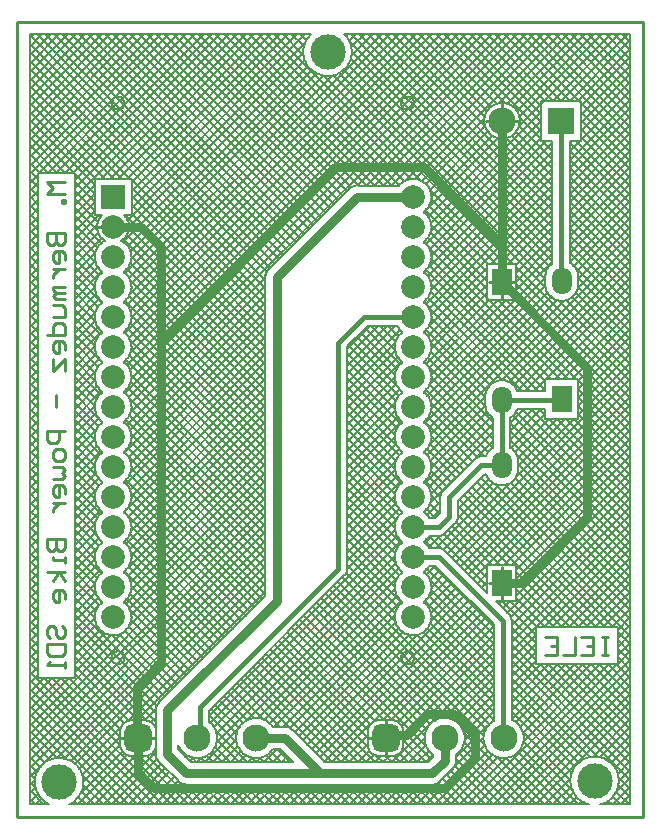
<source format=gbl>
%FSDAX23Y23*%
%MOIN*%
%SFA1B1*%

%IPPOS*%
%AMD19*
4,1,8,0.022600,0.045300,-0.022600,0.045300,-0.045300,0.022600,-0.045300,-0.022600,-0.022600,-0.045300,0.022600,-0.045300,0.045300,-0.022600,0.045300,0.022600,0.022600,0.045300,0.0*
1,1,0.045280,0.022600,0.022600*
1,1,0.045280,-0.022600,0.022600*
1,1,0.045280,-0.022600,-0.022600*
1,1,0.045280,0.022600,-0.022600*
%
%ADD10C,0.010000*%
%ADD14C,0.008000*%
%ADD15C,0.031500*%
%ADD16C,0.015750*%
%ADD17C,0.015000*%
%ADD18C,0.090550*%
G04~CAMADD=19~8~0.0~0.0~905.5~905.5~226.4~0.0~15~0.0~0.0~0.0~0.0~0~0.0~0.0~0.0~0.0~0~0.0~0.0~0.0~0.0~905.5~905.5*
%ADD19D19*%
%ADD20R,0.090550X0.090550*%
%ADD21O,0.066930X0.090550*%
%ADD22R,0.066930X0.090550*%
%ADD23R,0.078740X0.078740*%
%ADD24C,0.078740*%
%ADD25C,0.118110*%
%LNenvioesppcb-1*%
%LPD*%
G54D10*
X01000Y02350D02*
X03085D01*
X01000Y05000D02*
X03085D01*
Y02350D02*
Y05000D01*
X01000Y02350D02*
Y05000D01*
X02616Y04670D02*
X02671D01*
X02616D02*
Y04725D01*
Y04614D02*
Y04670D01*
X02561D02*
X02616D01*
X02615Y04131D02*
X02658D01*
X02615Y04076D02*
Y04131D01*
Y04187*
X02571Y04131D02*
X02615D01*
Y03128D02*
Y03183D01*
Y03128D02*
X02658D01*
X02615Y03072D02*
Y03128D01*
X02571D02*
X02615D01*
X02228Y02612D02*
Y02667D01*
Y02557D02*
Y02612D01*
X02172D02*
X02228D01*
X02283*
X01320Y04315D02*
X01369D01*
X01270D02*
X01320D01*
X01403Y02612D02*
Y02667D01*
Y02612D02*
X01458D01*
X01403Y02557D02*
Y02612D01*
X01347D02*
X01403D01*
X02970Y02949D02*
X02950D01*
X02960*
Y02890*
X02970*
X02950*
X02880Y02949D02*
X02920D01*
Y02890*
X02880*
X02920Y02919D02*
X02900D01*
X02860Y02949D02*
Y02890D01*
X02820*
X02760Y02949D02*
X02800D01*
Y02890*
X02760*
X02800Y02919D02*
X02780D01*
X01160Y04465D02*
X01100D01*
X01120Y04445*
X01100Y04425*
X01160*
Y04405D02*
X01150D01*
Y04395*
X01160*
Y04405*
X01100Y04295D02*
X01160D01*
Y04265*
X01150Y04255*
X01140*
X01130Y04265*
Y04295*
Y04265*
X01120Y04255*
X01110*
X01100Y04265*
Y04295*
X01160Y04205D02*
Y04225D01*
X01150Y04235*
X01130*
X01120Y04225*
Y04205*
X01130Y04195*
X01140*
Y04235*
X01120Y04175D02*
X01160D01*
X01140*
X01130Y04165*
X01120Y04155*
Y04145*
X01160Y04115D02*
X01120D01*
Y04105*
X01130Y04095*
X01160*
X01130*
X01120Y04085*
X01130Y04075*
X01160*
X01120Y04055D02*
X01150D01*
X01160Y04045*
Y04015*
X01120*
X01100Y03955D02*
X01160D01*
Y03985*
X01150Y03995*
X01130*
X01120Y03985*
Y03955*
X01160Y03905D02*
Y03925D01*
X01150Y03935*
X01130*
X01120Y03925*
Y03905*
X01130Y03895*
X01140*
Y03935*
X01120Y03875D02*
Y03835D01*
X01160Y03875*
Y03835*
X01130Y03755D02*
Y03715D01*
X01160Y03635D02*
X01100D01*
Y03605*
X01110Y03595*
X01130*
X01140Y03605*
Y03635*
X01160Y03565D02*
Y03545D01*
X01150Y03535*
X01130*
X01120Y03545*
Y03565*
X01130Y03575*
X01150*
X01160Y03565*
X01120Y03515D02*
X01150D01*
X01160Y03505*
X01150Y03495*
X01160Y03485*
X01150Y03475*
X01120*
X01160Y03425D02*
Y03445D01*
X01150Y03455*
X01130*
X01120Y03445*
Y03425*
X01130Y03415*
X01140*
Y03455*
X01120Y03395D02*
X01160D01*
X01140*
X01130Y03385*
X01120Y03375*
Y03365*
X01100Y03275D02*
X01160D01*
Y03245*
X01150Y03235*
X01140*
X01130Y03245*
Y03275*
Y03245*
X01120Y03235*
X01110*
X01100Y03245*
Y03275*
X01160Y03215D02*
Y03195D01*
Y03205*
X01120*
Y03215*
X01160Y03165D02*
X01100D01*
X01140D02*
X01120Y03135D01*
X01140Y03165D02*
X01160Y03135D01*
Y03075D02*
Y03095D01*
X01150Y03105*
X01130*
X01120Y03095*
Y03075*
X01130Y03065*
X01140*
Y03105*
X01110Y02945D02*
X01100Y02955D01*
Y02975*
X01110Y02985*
X01120*
X01130Y02975*
Y02955*
X01140Y02945*
X01150*
X01160Y02955*
Y02975*
X01150Y02985*
X01100Y02925D02*
X01160D01*
Y02895*
X01150Y02885*
X01110*
X01100Y02895*
Y02925*
X01160Y02865D02*
Y02845D01*
Y02855*
X01100*
X01110Y02865*
G54D14*
X02870Y04148D02*
D01*
X02870Y04152*
X02869Y04156*
X02868Y04160*
X02868Y04163*
X02866Y04167*
X02865Y04171*
X02863Y04174*
X02861Y04177*
X02859Y04181*
X02857Y04184*
X02854Y04186*
X02851Y04189*
X02848Y04192*
X02845Y04194*
X02842Y04196*
X02759Y04125D02*
D01*
X02759Y04121*
X02760Y04117*
X02761Y04113*
X02761Y04109*
X02763Y04106*
X02764Y04102*
X02766Y04099*
X02768Y04095*
X02770Y04092*
X02772Y04089*
X02775Y04086*
X02778Y04084*
X02781Y04081*
X02784Y04079*
X02787Y04077*
X02790Y04075*
X02794Y04073*
X02797Y04072*
X02801Y04071*
X02805Y04070*
X02809Y04070*
X02813Y04069*
X02816*
X02820Y04070*
X02824Y04070*
X02828Y04071*
X02832Y04072*
X02835Y04073*
X02839Y04075*
X02842Y04077*
X02845Y04079*
X02848Y04081*
X02851Y04084*
X02854Y04086*
X02857Y04089*
X02859Y04092*
X02861Y04095*
X02863Y04099*
X02865Y04102*
X02866Y04106*
X02868Y04109*
X02868Y04113*
X02869Y04117*
X02870Y04121*
X02870Y04125*
X02784Y04194D02*
D01*
X02781Y04192*
X02778Y04189*
X02775Y04187*
X02772Y04184*
X02770Y04181*
X02768Y04177*
X02766Y04174*
X02764Y04171*
X02763Y04167*
X02761Y04163*
X02761Y04160*
X02760Y04156*
X02759Y04152*
X02759Y04148*
Y04148*
X02675Y04670D02*
D01*
X02675Y04674*
X02675Y04678*
X02674Y04682*
X02673Y04686*
X02672Y04690*
X02670Y04694*
X02668Y04697*
X02666Y04701*
X02664Y04704*
X02661Y04708*
X02659Y04711*
X02656Y04714*
X02653Y04716*
X02649Y04719*
X02646Y04721*
X02642Y04723*
X02638Y04724*
X02634Y04726*
X02630Y04727*
X02626Y04728*
X02622Y04728*
X02618Y04729*
X02614*
X02610Y04728*
X02606Y04728*
X02602Y04727*
X02598Y04726*
X02594Y04724*
X02590Y04723*
X02586Y04721*
X02583Y04719*
X02580Y04716*
X02576Y04714*
X02573Y04711*
X02571Y04708*
X02568Y04704*
X02566Y04701*
X02564Y04697*
X02562Y04694*
X02560Y04690*
X02559Y04686*
X02558Y04682*
X02557Y04678*
X02557Y04674*
X02557Y04670*
X02557Y04665*
X02557Y04661*
X02558Y04657*
X02559Y04653*
X02560Y04649*
X02562Y04645*
X02564Y04642*
X02566Y04638*
X02568Y04635*
X02571Y04631*
X02573Y04628*
X02576Y04625*
X02580Y04623*
X02583Y04620*
X02586Y04618*
X02590Y04616*
X02594Y04615*
X02598Y04613*
X02602Y04612*
X02606Y04611*
X02610Y04611*
X02614Y04610*
X02618*
X02622Y04611*
X02626Y04611*
X02630Y04612*
X02634Y04613*
X02638Y04615*
X02642Y04616*
X02646Y04618*
X02649Y04620*
X02653Y04623*
X02656Y04625*
X02659Y04628*
X02661Y04631*
X02664Y04635*
X02666Y04638*
X02668Y04642*
X02670Y04645*
X02672Y04649*
X02673Y04653*
X02674Y04657*
X02675Y04661*
X02675Y04665*
X02675Y04670*
X02323Y04729D02*
D01*
X02323Y04730*
X02322Y04732*
X02322Y04733*
X02322Y04735*
X02321Y04736*
X02321Y04738*
X02320Y04739*
X02319Y04740*
X02319Y04741*
X02318Y04743*
X02317Y04744*
X02316Y04745*
X02314Y04746*
X02313Y04747*
X02312Y04748*
X02311Y04748*
X02309Y04749*
X02308Y04749*
X02306Y04750*
X02305Y04750*
X02303Y04750*
X02302Y04750*
X02300*
X02299Y04750*
X02297Y04750*
X02296Y04750*
X02294Y04749*
X02293Y04749*
X02291Y04748*
X02290Y04748*
X02289Y04747*
X02288Y04746*
X02286Y04745*
X02285Y04744*
X02284Y04743*
X02283Y04741*
X02283Y04740*
X02282Y04739*
X02281Y04738*
X02281Y04736*
X02280Y04735*
X02280Y04733*
X02279Y04732*
X02279Y04730*
X02279Y04729*
X02279Y04727*
X02279Y04726*
X02280Y04724*
X02280Y04723*
X02281Y04721*
X02281Y04720*
X02282Y04719*
X02283Y04717*
X02283Y04716*
X02284Y04715*
X02285Y04714*
X02286Y04713*
X02288Y04712*
X02289Y04711*
X02290Y04710*
X02291Y04709*
X02293Y04709*
X02294Y04708*
X02296Y04708*
X02297Y04707*
X02299Y04707*
X02300Y04707*
X02302*
X02303Y04707*
X02305Y04707*
X02306Y04708*
X02308Y04708*
X02309Y04709*
X02311Y04709*
X02312Y04710*
X02313Y04711*
X02314Y04712*
X02316Y04713*
X02317Y04714*
X02318Y04715*
X02319Y04716*
X02319Y04717*
X02320Y04719*
X02321Y04720*
X02321Y04721*
X02322Y04723*
X02322Y04724*
X02322Y04726*
X02323Y04727*
X02323Y04729*
X02115Y04900D02*
D01*
X02115Y04905*
X02114Y04911*
X02114Y04916*
X02112Y04922*
X02110Y04927*
X02108Y04932*
X02106Y04937*
X02103Y04942*
X02100Y04947*
X02096Y04951*
X02093Y04956*
X02090Y04958*
X02115Y04900D02*
D01*
X02115Y04905*
X02114Y04911*
X02114Y04916*
X02112Y04922*
X02110Y04927*
X02108Y04932*
X02106Y04937*
X02103Y04942*
X02100Y04947*
X02096Y04951*
X02093Y04956*
X02090Y04958*
X02381Y04015D02*
D01*
X02380Y04020*
X02380Y04024*
X02379Y04028*
X02378Y04032*
X02377Y04036*
X02375Y04040*
X02373Y04044*
X02371Y04048*
X02369Y04051*
X02366Y04055*
X02363Y04058*
X02360Y04061*
X02357Y04063*
X02355Y04065*
Y03965D02*
D01*
X02358Y03968*
X02361Y03971*
X02364Y03974*
X02367Y03977*
X02370Y03980*
X02372Y03984*
X02374Y03988*
X02376Y03992*
X02377Y03996*
X02379Y04000*
X02379Y04004*
X02380Y04008*
X02381Y04012*
X02381Y04015*
Y04315D02*
D01*
X02380Y04320*
X02380Y04324*
X02379Y04328*
X02378Y04332*
X02377Y04336*
X02375Y04340*
X02373Y04344*
X02371Y04348*
X02369Y04351*
X02366Y04355*
X02363Y04358*
X02360Y04361*
X02357Y04363*
X02355Y04365*
D01*
X02358Y04368*
X02361Y04371*
X02364Y04374*
X02367Y04377*
X02370Y04380*
X02372Y04384*
X02374Y04388*
X02376Y04392*
X02377Y04396*
X02379Y04400*
X02379Y04404*
X02380Y04408*
X02381Y04412*
X02381Y04415*
X02355Y04265D02*
D01*
X02358Y04268*
X02361Y04271*
X02364Y04274*
X02367Y04277*
X02370Y04280*
X02372Y04284*
X02374Y04288*
X02376Y04292*
X02377Y04296*
X02379Y04300*
X02379Y04304*
X02380Y04308*
X02381Y04312*
X02381Y04315*
X02142Y04453D02*
D01*
X02139Y04453*
X02137Y04454*
X02134Y04454*
X02131Y04454*
X02129Y04454*
X02126Y04453*
X02124Y04453*
X02121Y04452*
X02119Y04451*
X02116Y04450*
X02114Y04449*
X02112Y04448*
X02110Y04446*
X02108Y04444*
X02106Y04443*
X02142Y04453D02*
D01*
X02139Y04453*
X02137Y04454*
X02134Y04454*
X02131Y04454*
X02129Y04454*
X02126Y04453*
X02124Y04453*
X02121Y04452*
X02119Y04451*
X02116Y04450*
X02114Y04449*
X02112Y04448*
X02110Y04446*
X02108Y04444*
X02106Y04443*
X02381Y04415D02*
D01*
X02380Y04420*
X02380Y04424*
X02379Y04428*
X02378Y04432*
X02377Y04436*
X02375Y04440*
X02373Y04444*
X02371Y04448*
X02369Y04451*
X02366Y04455*
X02363Y04458*
X02360Y04461*
X02357Y04463*
X02354Y04466*
X02350Y04468*
X02346Y04470*
X02342Y04472*
X02338Y04473*
X02334Y04475*
X02330Y04475*
X02326Y04476*
X02322Y04476*
X02317*
X02313Y04476*
X02309Y04475*
X02305Y04475*
X02301Y04473*
X02297Y04472*
X02293Y04470*
X02289Y04468*
X02285Y04466*
X02282Y04463*
X02279Y04461*
X02276Y04458*
X02273Y04455*
X02271Y04453*
X02381Y04115D02*
D01*
X02380Y04120*
X02380Y04124*
X02379Y04128*
X02378Y04132*
X02377Y04136*
X02375Y04140*
X02373Y04144*
X02371Y04148*
X02369Y04151*
X02366Y04155*
X02363Y04158*
X02360Y04161*
X02357Y04163*
X02355Y04165*
D01*
X02358Y04168*
X02361Y04171*
X02364Y04174*
X02367Y04177*
X02370Y04180*
X02372Y04184*
X02374Y04188*
X02376Y04192*
X02377Y04196*
X02379Y04200*
X02379Y04204*
X02380Y04208*
X02381Y04212*
X02381Y04215*
X02355Y04065D02*
D01*
X02358Y04068*
X02361Y04071*
X02364Y04074*
X02367Y04077*
X02370Y04080*
X02372Y04084*
X02374Y04088*
X02376Y04092*
X02377Y04096*
X02379Y04100*
X02379Y04104*
X02380Y04108*
X02381Y04112*
X02381Y04115*
Y04215D02*
D01*
X02380Y04220*
X02380Y04224*
X02379Y04228*
X02378Y04232*
X02377Y04236*
X02375Y04240*
X02373Y04244*
X02371Y04248*
X02369Y04251*
X02366Y04255*
X02363Y04258*
X02360Y04261*
X02357Y04263*
X02355Y04265*
X02667Y03767D02*
D01*
X02665Y03771*
X02664Y03774*
X02662Y03778*
X02660Y03781*
X02658Y03784*
X02655Y03787*
X02652Y03790*
X02649Y03792*
X02646Y03795*
X02643Y03797*
X02640Y03799*
X02636Y03800*
X02633Y03802*
X02629Y03803*
X02625Y03804*
X02621Y03804*
X02618Y03805*
X02614Y03805*
X02610Y03804*
X02606Y03804*
X02602Y03803*
X02599Y03802*
X02595Y03801*
X02591Y03800*
X02588Y03798*
X02585Y03796*
X02581Y03794*
X02578Y03791*
X02576Y03789*
X02573Y03786*
X02571Y03783*
X02568Y03780*
X02566Y03776*
X02565Y03773*
X02563Y03769*
X02562Y03766*
X02561Y03762*
X02560Y03758*
X02560Y03754*
X02559Y03751*
X02559Y03749*
Y03726D02*
D01*
X02559Y03722*
X02560Y03718*
X02561Y03714*
X02561Y03711*
X02563Y03707*
X02564Y03703*
X02566Y03700*
X02568Y03697*
X02570Y03693*
X02572Y03690*
X02575Y03688*
X02578Y03685*
X02581Y03682*
X02584Y03680*
X02585Y03679*
X02644D02*
D01*
X02647Y03681*
X02650Y03684*
X02653Y03686*
X02656Y03689*
X02658Y03692*
X02660Y03695*
X02662Y03699*
X02664Y03702*
X02666Y03706*
X02667Y03708*
X02381Y03815D02*
D01*
X02380Y03820*
X02380Y03824*
X02379Y03828*
X02378Y03832*
X02377Y03836*
X02375Y03840*
X02373Y03844*
X02371Y03848*
X02369Y03851*
X02366Y03855*
X02363Y03858*
X02360Y03861*
X02357Y03863*
X02355Y03865*
D01*
X02358Y03868*
X02361Y03871*
X02364Y03874*
X02367Y03877*
X02370Y03880*
X02372Y03884*
X02374Y03888*
X02376Y03892*
X02377Y03896*
X02379Y03900*
X02379Y03904*
X02380Y03908*
X02381Y03912*
X02381Y03915*
X02355Y03565D02*
D01*
X02358Y03568*
X02361Y03571*
X02364Y03574*
X02367Y03577*
X02370Y03580*
X02372Y03584*
X02374Y03588*
X02376Y03592*
X02377Y03596*
X02379Y03600*
X02379Y03604*
X02380Y03608*
X02381Y03612*
X02381Y03615*
X02355Y03665D02*
D01*
X02358Y03668*
X02361Y03671*
X02364Y03674*
X02367Y03677*
X02370Y03680*
X02372Y03684*
X02374Y03688*
X02376Y03692*
X02377Y03696*
X02379Y03700*
X02379Y03704*
X02380Y03708*
X02381Y03712*
X02381Y03715*
D01*
X02380Y03720*
X02380Y03724*
X02379Y03728*
X02378Y03732*
X02377Y03736*
X02375Y03740*
X02373Y03744*
X02371Y03748*
X02369Y03751*
X02366Y03755*
X02363Y03758*
X02360Y03761*
X02357Y03763*
X02355Y03765*
X02381Y03615D02*
D01*
X02380Y03620*
X02380Y03624*
X02379Y03628*
X02378Y03632*
X02377Y03636*
X02375Y03640*
X02373Y03644*
X02371Y03648*
X02369Y03651*
X02366Y03655*
X02363Y03658*
X02360Y03661*
X02357Y03663*
X02355Y03665*
X02670Y03533D02*
D01*
X02670Y03537*
X02669Y03541*
X02668Y03545*
X02668Y03548*
X02666Y03552*
X02665Y03556*
X02663Y03559*
X02661Y03562*
X02659Y03566*
X02657Y03569*
X02654Y03571*
X02651Y03574*
X02648Y03577*
X02645Y03579*
X02644Y03580*
X02585D02*
D01*
X02582Y03578*
X02579Y03575*
X02576Y03573*
X02573Y03570*
X02571Y03567*
X02569Y03564*
X02567Y03560*
X02565Y03557*
X02563Y03553*
X02562Y03551*
Y03492D02*
D01*
X02564Y03488*
X02565Y03485*
X02567Y03481*
X02569Y03478*
X02571Y03475*
X02574Y03472*
X02577Y03469*
X02580Y03467*
X02583Y03464*
X02586Y03462*
X02589Y03460*
X02593Y03459*
X02596Y03457*
X02600Y03456*
X02604Y03455*
X02608Y03455*
X02611Y03454*
X02615Y03454*
X02619Y03455*
X02623Y03455*
X02627Y03456*
X02630Y03457*
X02634Y03458*
X02638Y03459*
X02641Y03461*
X02644Y03463*
X02648Y03465*
X02651Y03468*
X02653Y03470*
X02656Y03473*
X02658Y03476*
X02661Y03479*
X02663Y03483*
X02664Y03486*
X02666Y03490*
X02667Y03493*
X02668Y03497*
X02669Y03501*
X02669Y03505*
X02670Y03508*
X02670Y03510*
X02546Y03551D02*
D01*
X02544Y03551*
X02542Y03551*
X02540Y03550*
X02538Y03550*
X02536Y03549*
X02534Y03548*
X02532Y03547*
X02531Y03546*
X02529Y03545*
X02527Y03544*
X02526Y03543*
X02525Y03542*
X02546Y03551D02*
D01*
X02544Y03551*
X02542Y03551*
X02540Y03550*
X02538Y03550*
X02536Y03549*
X02534Y03548*
X02532Y03547*
X02531Y03546*
X02529Y03545*
X02527Y03544*
X02526Y03543*
X02525Y03542*
X02381Y03515D02*
D01*
X02380Y03520*
X02380Y03524*
X02379Y03528*
X02378Y03532*
X02377Y03536*
X02375Y03540*
X02373Y03544*
X02371Y03548*
X02369Y03551*
X02366Y03555*
X02363Y03558*
X02360Y03561*
X02357Y03563*
X02355Y03565*
Y03465D02*
D01*
X02358Y03468*
X02361Y03471*
X02364Y03474*
X02367Y03477*
X02370Y03480*
X02372Y03484*
X02374Y03488*
X02376Y03492*
X02377Y03496*
X02379Y03500*
X02379Y03504*
X02380Y03508*
X02381Y03512*
X02381Y03515*
X02266Y03986D02*
D01*
X02268Y03982*
X02271Y03979*
X02273Y03975*
X02276Y03972*
X02279Y03969*
X02283Y03967*
X02284Y03965*
X02381Y03915D02*
D01*
X02380Y03920*
X02380Y03924*
X02379Y03928*
X02378Y03932*
X02377Y03936*
X02375Y03940*
X02373Y03944*
X02371Y03948*
X02369Y03951*
X02366Y03955*
X02363Y03958*
X02360Y03961*
X02357Y03963*
X02355Y03965*
X02284Y03865D02*
D01*
X02281Y03863*
X02278Y03860*
X02275Y03857*
X02272Y03854*
X02269Y03850*
X02267Y03847*
X02265Y03843*
X02263Y03839*
X02262Y03835*
X02260Y03831*
X02260Y03827*
X02259Y03823*
X02258Y03818*
X02258Y03814*
X02259Y03810*
X02259Y03806*
X02260Y03802*
X02261Y03797*
X02262Y03793*
X02264Y03789*
X02266Y03786*
X02268Y03782*
X02271Y03779*
X02273Y03775*
X02276Y03772*
X02279Y03769*
X02283Y03767*
X02284Y03765*
X02355D02*
D01*
X02358Y03768*
X02361Y03771*
X02364Y03774*
X02367Y03777*
X02370Y03780*
X02372Y03784*
X02374Y03788*
X02376Y03792*
X02377Y03796*
X02379Y03800*
X02379Y03804*
X02380Y03808*
X02381Y03812*
X02381Y03815*
X02284Y03965D02*
D01*
X02281Y03963*
X02278Y03960*
X02275Y03957*
X02272Y03954*
X02269Y03950*
X02267Y03947*
X02265Y03943*
X02263Y03939*
X02262Y03935*
X02260Y03931*
X02260Y03927*
X02259Y03923*
X02258Y03918*
X02258Y03914*
X02259Y03910*
X02259Y03906*
X02260Y03902*
X02261Y03897*
X02262Y03893*
X02264Y03889*
X02266Y03886*
X02268Y03882*
X02271Y03879*
X02273Y03875*
X02276Y03872*
X02279Y03869*
X02283Y03867*
X02284Y03865*
Y03765D02*
D01*
X02281Y03763*
X02278Y03760*
X02275Y03757*
X02272Y03754*
X02269Y03750*
X02267Y03747*
X02265Y03743*
X02263Y03739*
X02262Y03735*
X02260Y03731*
X02260Y03727*
X02259Y03723*
X02258Y03718*
X02258Y03714*
X02259Y03710*
X02259Y03706*
X02260Y03702*
X02261Y03697*
X02262Y03693*
X02264Y03689*
X02266Y03686*
X02268Y03682*
X02271Y03679*
X02273Y03675*
X02276Y03672*
X02279Y03669*
X02283Y03667*
X02284Y03665*
Y03565D02*
D01*
X02281Y03563*
X02278Y03560*
X02275Y03557*
X02272Y03554*
X02269Y03550*
X02267Y03547*
X02265Y03543*
X02263Y03539*
X02262Y03535*
X02260Y03531*
X02260Y03527*
X02259Y03523*
X02258Y03518*
X02258Y03514*
X02259Y03510*
X02259Y03506*
X02260Y03502*
X02261Y03497*
X02262Y03493*
X02264Y03489*
X02266Y03486*
X02268Y03482*
X02271Y03479*
X02273Y03475*
X02276Y03472*
X02279Y03469*
X02283Y03467*
X02284Y03465*
Y03665D02*
D01*
X02281Y03663*
X02278Y03660*
X02275Y03657*
X02272Y03654*
X02269Y03650*
X02267Y03647*
X02265Y03643*
X02263Y03639*
X02262Y03635*
X02260Y03631*
X02260Y03627*
X02259Y03623*
X02258Y03618*
X02258Y03614*
X02259Y03610*
X02259Y03606*
X02260Y03602*
X02261Y03597*
X02262Y03593*
X02264Y03589*
X02266Y03586*
X02268Y03582*
X02271Y03579*
X02273Y03575*
X02276Y03572*
X02279Y03569*
X02283Y03567*
X02284Y03565*
X02648Y03003D02*
D01*
X02648Y03005*
X02648Y03007*
X02647Y03009*
X02647Y03011*
X02646Y03013*
X02645Y03015*
X02644Y03017*
X02643Y03019*
X02642Y03021*
X02641Y03022*
X02639Y03024*
X02639Y03024*
X02648Y03003D02*
D01*
X02648Y03005*
X02648Y03007*
X02647Y03009*
X02647Y03011*
X02646Y03013*
X02645Y03015*
X02644Y03017*
X02643Y03019*
X02642Y03021*
X02641Y03022*
X02639Y03024*
X02639Y03024*
X02943Y02391D02*
D01*
X02949Y02392*
X02954Y02394*
X02959Y02396*
X02964Y02399*
X02969Y02402*
X02973Y02405*
X02978Y02409*
X02982Y02413*
X02986Y02417*
X02989Y02421*
X02992Y02426*
X02995Y02431*
X02998Y02436*
X03000Y02441*
X03002Y02446*
X03003Y02452*
X03004Y02457*
X03005Y02463*
X03005Y02469*
X03005Y02470*
D01*
X03005Y02475*
X03004Y02481*
X03004Y02486*
X03002Y02492*
X03000Y02497*
X02998Y02502*
X02996Y02507*
X02993Y02512*
X02990Y02517*
X02986Y02521*
X02983Y02526*
X02979Y02530*
X02974Y02533*
X02970Y02536*
X02965Y02539*
X02960Y02542*
X02955Y02544*
X02949Y02546*
X02944Y02548*
X02939Y02549*
X02933Y02550*
X02927Y02550*
X02922*
X02916Y02550*
X02910Y02549*
X02905Y02548*
X02900Y02546*
X02894Y02544*
X02889Y02542*
X02884Y02539*
X02879Y02536*
X02875Y02533*
X02870Y02530*
X02866Y02526*
X02863Y02521*
X02859Y02517*
X02856Y02512*
X02853Y02507*
X02851Y02502*
X02849Y02497*
X02847Y02492*
X02845Y02486*
X02845Y02481*
X02844Y02475*
X02844Y02469*
X02844Y02464*
X02845Y02458*
X02845Y02453*
X02847Y02447*
X02849Y02442*
X02851Y02437*
X02853Y02432*
X02856Y02427*
X02859Y02422*
X02863Y02418*
X02866Y02413*
X02870Y02409*
X02875Y02406*
X02879Y02403*
X02884Y02400*
X02889Y02397*
X02894Y02395*
X02900Y02393*
X02905Y02391*
X02906Y02391*
X03005Y02470D02*
D01*
X03005Y02475*
X03004Y02481*
X03004Y02486*
X03002Y02492*
X03000Y02497*
X02998Y02502*
X02996Y02507*
X02993Y02512*
X02990Y02517*
X02986Y02521*
X02983Y02526*
X02979Y02530*
X02974Y02533*
X02970Y02536*
X02965Y02539*
X02960Y02542*
X02955Y02544*
X02949Y02546*
X02944Y02548*
X02939Y02549*
X02933Y02550*
X02927Y02550*
X02922*
X02916Y02550*
X02910Y02549*
X02905Y02548*
X02900Y02546*
X02894Y02544*
X02889Y02542*
X02884Y02539*
X02879Y02536*
X02875Y02533*
X02870Y02530*
X02866Y02526*
X02863Y02521*
X02859Y02517*
X02856Y02512*
X02853Y02507*
X02851Y02502*
X02849Y02497*
X02847Y02492*
X02845Y02486*
X02845Y02481*
X02844Y02475*
X02844Y02469*
X02844Y02464*
X02845Y02458*
X02845Y02453*
X02847Y02447*
X02849Y02442*
X02851Y02437*
X02853Y02432*
X02856Y02427*
X02859Y02422*
X02863Y02418*
X02866Y02413*
X02870Y02409*
X02875Y02406*
X02879Y02403*
X02884Y02400*
X02889Y02397*
X02894Y02395*
X02900Y02393*
X02905Y02391*
X02906Y02391*
X02943D02*
D01*
X02949Y02392*
X02954Y02394*
X02959Y02396*
X02964Y02399*
X02969Y02402*
X02973Y02405*
X02978Y02409*
X02982Y02413*
X02986Y02417*
X02989Y02421*
X02992Y02426*
X02995Y02431*
X02998Y02436*
X03000Y02441*
X03002Y02446*
X03003Y02452*
X03004Y02457*
X03005Y02463*
X03005Y02469*
X03005Y02470*
X02688Y02612D02*
D01*
X02688Y02616*
X02688Y02621*
X02687Y02626*
X02686Y02630*
X02684Y02635*
X02683Y02639*
X02680Y02643*
X02678Y02647*
X02676Y02651*
X02673Y02655*
X02670Y02658*
X02666Y02662*
X02663Y02665*
X02659Y02667*
X02655Y02670*
X02651Y02672*
X02648Y02673*
X02589Y02670D02*
D01*
X02585Y02668*
X02581Y02665*
X02577Y02662*
X02574Y02659*
X02571Y02656*
X02568Y02652*
X02565Y02648*
X02563Y02644*
X02561Y02640*
X02559Y02636*
X02557Y02631*
X02556Y02627*
X02555Y02622*
X02555Y02617*
X02554Y02613*
X02554Y02608*
X02555Y02603*
X02556Y02599*
X02557Y02594*
X02558Y02590*
X02560Y02585*
X02562Y02581*
X02564Y02577*
X02567Y02573*
X02569Y02569*
X02573Y02566*
X02576Y02563*
X02579Y02560*
X02583Y02557*
X02587Y02554*
X02591Y02552*
X02595Y02550*
X02600Y02548*
X02604Y02547*
X02609Y02546*
X02613Y02545*
X02618Y02545*
X02623Y02545*
X02627Y02545*
X02632Y02546*
X02637Y02547*
X02641Y02548*
X02646Y02549*
X02650Y02551*
X02654Y02553*
X02658Y02556*
X02662Y02558*
X02666Y02561*
X02669Y02565*
X02672Y02568*
X02675Y02572*
X02678Y02576*
X02680Y02580*
X02682Y02584*
X02684Y02588*
X02686Y02592*
X02687Y02597*
X02688Y02602*
X02688Y02606*
X02688Y02611*
X02688Y02612*
X02460Y03329D02*
D01*
X02462Y03330*
X02463Y03332*
X02464Y03333*
X02465Y03335*
X02466Y03337*
X02467Y03339*
X02468Y03341*
X02468Y03343*
X02469Y03345*
X02469Y03347*
X02469Y03349*
X02469Y03350*
X02460Y03329D02*
D01*
X02462Y03330*
X02463Y03332*
X02464Y03333*
X02465Y03335*
X02466Y03337*
X02467Y03339*
X02468Y03341*
X02468Y03343*
X02469Y03345*
X02469Y03347*
X02469Y03349*
X02469Y03350*
X02405Y03286D02*
D01*
X02407Y03286*
X02409Y03286*
X02411Y03286*
X02413Y03287*
X02415Y03288*
X02417Y03288*
X02419Y03289*
X02421Y03290*
X02423Y03291*
X02424Y03293*
X02426Y03294*
X02426Y03294*
X02419Y03435D02*
D01*
X02417Y03434*
X02416Y03432*
X02415Y03431*
X02414Y03429*
X02413Y03427*
X02412Y03425*
X02411Y03423*
X02411Y03421*
X02410Y03419*
X02410Y03417*
X02410Y03415*
X02410Y03415*
X02419Y03435D02*
D01*
X02417Y03434*
X02416Y03432*
X02415Y03431*
X02414Y03429*
X02413Y03427*
X02412Y03425*
X02411Y03423*
X02411Y03421*
X02410Y03419*
X02410Y03417*
X02410Y03415*
X02410Y03415*
X02427Y03236D02*
D01*
X02425Y03238*
X02424Y03239*
X02422Y03240*
X02420Y03241*
X02419Y03242*
X02417Y03243*
X02415Y03244*
X02413Y03244*
X02411Y03245*
X02409Y03245*
X02407Y03245*
X02406Y03245*
X02405Y03286D02*
D01*
X02407Y03286*
X02409Y03286*
X02411Y03286*
X02413Y03287*
X02415Y03288*
X02417Y03288*
X02419Y03289*
X02421Y03290*
X02423Y03291*
X02424Y03293*
X02426Y03294*
X02426Y03294*
X02427Y03236D02*
D01*
X02426Y03238*
X02424Y03239*
X02422Y03240*
X02420Y03241*
X02419Y03242*
X02417Y03243*
X02415Y03244*
X02413Y03244*
X02411Y03245*
X02409Y03245*
X02407Y03245*
X02406Y03245*
X02381Y03415D02*
D01*
X02380Y03420*
X02380Y03424*
X02379Y03428*
X02378Y03432*
X02377Y03436*
X02375Y03440*
X02373Y03444*
X02371Y03448*
X02369Y03451*
X02366Y03455*
X02363Y03458*
X02360Y03461*
X02357Y03463*
X02355Y03465*
X02284D02*
D01*
X02281Y03463*
X02278Y03460*
X02275Y03457*
X02272Y03454*
X02269Y03450*
X02267Y03447*
X02265Y03443*
X02263Y03439*
X02262Y03435*
X02260Y03431*
X02260Y03427*
X02259Y03423*
X02258Y03418*
X02258Y03414*
X02259Y03410*
X02259Y03406*
X02260Y03402*
X02261Y03397*
X02262Y03393*
X02264Y03389*
X02266Y03386*
X02268Y03382*
X02271Y03379*
X02273Y03375*
X02276Y03372*
X02279Y03369*
X02283Y03367*
X02284Y03365*
X02355Y03265D02*
D01*
X02358Y03268*
X02361Y03271*
X02364Y03274*
X02367Y03277*
X02370Y03280*
X02372Y03284*
X02373Y03286*
Y03245D02*
D01*
X02371Y03249*
X02368Y03252*
X02366Y03255*
X02363Y03259*
X02360Y03261*
X02356Y03264*
X02355Y03265*
Y03365D02*
D01*
X02358Y03368*
X02361Y03371*
X02364Y03374*
X02367Y03377*
X02370Y03380*
X02372Y03384*
X02374Y03388*
X02376Y03392*
X02377Y03396*
X02379Y03400*
X02379Y03404*
X02380Y03408*
X02381Y03412*
X02381Y03415*
X02373Y03345D02*
D01*
X02371Y03349*
X02368Y03352*
X02366Y03355*
X02363Y03359*
X02360Y03361*
X02356Y03364*
X02355Y03365*
X02284D02*
D01*
X02281Y03363*
X02278Y03360*
X02275Y03357*
X02272Y03354*
X02269Y03350*
X02267Y03347*
X02265Y03343*
X02263Y03339*
X02262Y03335*
X02260Y03331*
X02260Y03327*
X02259Y03323*
X02258Y03318*
X02258Y03314*
X02259Y03310*
X02259Y03306*
X02260Y03302*
X02261Y03297*
X02262Y03293*
X02264Y03289*
X02266Y03286*
X02268Y03282*
X02271Y03279*
X02273Y03275*
X02276Y03272*
X02279Y03269*
X02283Y03267*
X02284Y03265*
D01*
X02281Y03263*
X02278Y03260*
X02275Y03257*
X02272Y03254*
X02269Y03250*
X02267Y03247*
X02265Y03243*
X02263Y03239*
X02262Y03235*
X02260Y03231*
X02260Y03227*
X02259Y03223*
X02258Y03218*
X02258Y03214*
X02259Y03210*
X02259Y03206*
X02260Y03202*
X02261Y03197*
X02262Y03193*
X02264Y03189*
X02266Y03186*
X02268Y03182*
X02271Y03179*
X02273Y03175*
X02276Y03172*
X02279Y03169*
X02283Y03167*
X02284Y03165*
X02355Y03065D02*
D01*
X02358Y03068*
X02361Y03071*
X02364Y03074*
X02367Y03077*
X02370Y03080*
X02372Y03084*
X02374Y03088*
X02376Y03092*
X02377Y03096*
X02379Y03100*
X02379Y03104*
X02380Y03108*
X02381Y03112*
X02381Y03115*
D01*
X02380Y03120*
X02380Y03124*
X02379Y03128*
X02378Y03132*
X02377Y03136*
X02375Y03140*
X02373Y03144*
X02371Y03148*
X02369Y03151*
X02366Y03155*
X02363Y03158*
X02360Y03161*
X02357Y03163*
X02355Y03165*
D01*
X02358Y03168*
X02361Y03171*
X02364Y03174*
X02367Y03177*
X02370Y03180*
X02372Y03184*
X02373Y03186*
X02284Y03165D02*
D01*
X02281Y03163*
X02278Y03160*
X02275Y03157*
X02272Y03154*
X02269Y03150*
X02267Y03147*
X02265Y03143*
X02263Y03139*
X02262Y03135*
X02260Y03131*
X02260Y03127*
X02259Y03123*
X02258Y03118*
X02258Y03114*
X02259Y03110*
X02259Y03106*
X02260Y03102*
X02261Y03097*
X02262Y03093*
X02264Y03089*
X02266Y03086*
X02268Y03082*
X02271Y03079*
X02273Y03075*
X02276Y03072*
X02279Y03069*
X02283Y03067*
X02284Y03065*
X02090Y03154D02*
D01*
X02092Y03155*
X02093Y03157*
X02094Y03158*
X02095Y03160*
X02096Y03162*
X02097Y03164*
X02098Y03166*
X02098Y03168*
X02099Y03170*
X02099Y03172*
X02099Y03174*
X02099Y03175*
X02090Y03154D02*
D01*
X02092Y03155*
X02093Y03157*
X02094Y03158*
X02095Y03160*
X02096Y03162*
X02097Y03164*
X02098Y03166*
X02098Y03168*
X02099Y03170*
X02099Y03172*
X02099Y03174*
X02099Y03175*
X02381Y03015D02*
D01*
X02380Y03020*
X02380Y03024*
X02379Y03028*
X02378Y03032*
X02377Y03036*
X02375Y03040*
X02373Y03044*
X02371Y03048*
X02369Y03051*
X02366Y03055*
X02363Y03058*
X02360Y03061*
X02357Y03063*
X02355Y03065*
X02491Y02612D02*
D01*
X02491Y02616*
X02491Y02621*
X02490Y02626*
X02489Y02630*
X02487Y02635*
X02486Y02639*
X02484Y02643*
X02481Y02647*
X02479Y02651*
X02476Y02655*
X02473Y02658*
X02469Y02662*
X02466Y02665*
X02462Y02667*
X02458Y02670*
X02454Y02672*
X02450Y02674*
X02445Y02675*
X02441Y02677*
X02436Y02678*
X02432Y02678*
X02427Y02679*
X02422*
X02417Y02678*
X02413Y02678*
X02408Y02677*
X02404Y02675*
X02399Y02674*
X02395Y02672*
X02391Y02670*
X02387Y02667*
X02383Y02665*
X02380Y02662*
X02376Y02658*
X02373Y02655*
X02370Y02651*
X02368Y02647*
X02365Y02643*
X02363Y02639*
X02362Y02635*
X02360Y02630*
X02359Y02626*
X02358Y02621*
X02358Y02616*
X02358Y02612*
X02358Y02607*
X02358Y02602*
X02359Y02598*
X02360Y02593*
X02362Y02589*
X02363Y02585*
X02365Y02580*
X02368Y02576*
X02370Y02572*
X02373Y02569*
X02376Y02565*
X02380Y02562*
X02383Y02559*
X02387Y02556*
X02462D02*
D01*
X02466Y02559*
X02469Y02562*
X02473Y02565*
X02476Y02569*
X02479Y02572*
X02481Y02576*
X02484Y02580*
X02486Y02585*
X02487Y02589*
X02489Y02593*
X02490Y02598*
X02491Y02602*
X02491Y02607*
X02491Y02612*
X02451Y02508D02*
D01*
X02453Y02510*
X02454Y02512*
X02456Y02514*
X02457Y02516*
X02458Y02519*
X02459Y02521*
X02460Y02524*
X02461Y02526*
X02461Y02529*
X02462Y02531*
X02462Y02534*
X02462Y02535*
X02451Y02508D02*
D01*
X02453Y02510*
X02454Y02512*
X02456Y02514*
X02457Y02516*
X02458Y02519*
X02459Y02521*
X02460Y02524*
X02461Y02526*
X02462Y02529*
X02462Y02531*
X02462Y02534*
X02462Y02535*
X02384Y02456D02*
D01*
X02386Y02456*
X02389Y02457*
X02391Y02457*
X02394Y02458*
X02397Y02459*
X02399Y02459*
X02401Y02461*
X02404Y02462*
X02406Y02463*
X02408Y02465*
X02410Y02467*
X02410Y02467*
X02384Y02456D02*
D01*
X02386Y02456*
X02389Y02457*
X02391Y02457*
X02394Y02458*
X02397Y02459*
X02399Y02459*
X02401Y02461*
X02404Y02462*
X02406Y02463*
X02408Y02465*
X02410Y02467*
X02410Y02467*
X02284Y03065D02*
D01*
X02281Y03063*
X02278Y03060*
X02275Y03057*
X02272Y03054*
X02269Y03050*
X02267Y03047*
X02265Y03043*
X02263Y03039*
X02262Y03035*
X02260Y03031*
X02260Y03027*
X02259Y03023*
X02258Y03018*
X02258Y03014*
X02259Y03010*
X02259Y03006*
X02260Y03002*
X02261Y02997*
X02262Y02993*
X02264Y02989*
X02266Y02986*
X02268Y02982*
X02271Y02979*
X02273Y02975*
X02276Y02972*
X02279Y02969*
X02283Y02967*
X02286Y02964*
X02290Y02962*
X02294Y02960*
X02298Y02958*
X02302Y02957*
X02306Y02956*
X02310Y02955*
X02314Y02954*
X02318Y02954*
X02323Y02954*
X02327Y02955*
X02331Y02955*
X02335Y02956*
X02339Y02958*
X02343Y02959*
X02347Y02961*
X02351Y02963*
X02355Y02965*
X02358Y02968*
X02361Y02971*
X02364Y02974*
X02367Y02977*
X02370Y02980*
X02372Y02984*
X02374Y02988*
X02376Y02992*
X02377Y02996*
X02379Y03000*
X02379Y03004*
X02380Y03008*
X02381Y03012*
X02381Y03015*
X02323Y02880D02*
D01*
X02323Y02882*
X02322Y02883*
X02322Y02885*
X02322Y02886*
X02321Y02888*
X02321Y02889*
X02320Y02890*
X02319Y02892*
X02319Y02893*
X02318Y02894*
X02317Y02895*
X02316Y02896*
X02314Y02897*
X02313Y02898*
X02312Y02899*
X02311Y02900*
X02309Y02900*
X02308Y02901*
X02306Y02901*
X02305Y02902*
X02303Y02902*
X02302Y02902*
X02300*
X02299Y02902*
X02297Y02902*
X02296Y02901*
X02294Y02901*
X02293Y02900*
X02291Y02900*
X02290Y02899*
X02289Y02898*
X02288Y02897*
X02286Y02896*
X02285Y02895*
X02284Y02894*
X02283Y02893*
X02283Y02892*
X02282Y02890*
X02281Y02889*
X02281Y02888*
X02280Y02886*
X02280Y02885*
X02279Y02883*
X02279Y02882*
X02279Y02880*
X02279Y02879*
X02279Y02877*
X02280Y02876*
X02280Y02874*
X02281Y02873*
X02281Y02871*
X02282Y02870*
X02283Y02869*
X02283Y02868*
X02284Y02866*
X02285Y02865*
X02286Y02864*
X02288Y02863*
X02289Y02862*
X02290Y02861*
X02291Y02861*
X02293Y02860*
X02294Y02860*
X02296Y02859*
X02297Y02859*
X02299Y02859*
X02300Y02859*
X02302*
X02303Y02859*
X02305Y02859*
X02306Y02859*
X02308Y02860*
X02309Y02860*
X02311Y02861*
X02312Y02861*
X02313Y02862*
X02314Y02863*
X02316Y02864*
X02317Y02865*
X02318Y02866*
X02319Y02868*
X02319Y02869*
X02320Y02870*
X02321Y02871*
X02321Y02873*
X02322Y02874*
X02322Y02876*
X02322Y02877*
X02323Y02879*
X02323Y02880*
X02287Y02634D02*
D01*
X02287Y02637*
X02287Y02640*
X02286Y02642*
X02286Y02645*
X02285Y02647*
X02284Y02649*
X02283Y02652*
X02281Y02654*
X02280Y02656*
X02278Y02658*
X02277Y02660*
X02275Y02662*
X02273Y02663*
X02271Y02665*
X02269Y02666*
X02266Y02667*
X02264Y02668*
X02262Y02669*
X02259Y02670*
X02257Y02671*
X02254Y02671*
X02252Y02671*
X02250Y02671*
Y02553D02*
D01*
X02253Y02553*
X02255Y02553*
X02258Y02553*
X02260Y02554*
X02263Y02555*
X02265Y02556*
X02267Y02557*
X02270Y02558*
X02272Y02560*
X02274Y02561*
X02276Y02563*
X02278Y02565*
X02279Y02567*
X02281Y02569*
X02282Y02571*
X02283Y02573*
X02284Y02575*
X02285Y02578*
X02286Y02580*
X02286Y02583*
X02287Y02585*
X02287Y02588*
X02287Y02589*
X02205Y02671D02*
D01*
X02202Y02671*
X02200Y02671*
X02197Y02670*
X02195Y02670*
X02192Y02669*
X02190Y02668*
X02188Y02667*
X02186Y02665*
X02183Y02664*
X02181Y02662*
X02180Y02661*
X02178Y02659*
X02176Y02657*
X02175Y02655*
X02173Y02653*
X02172Y02650*
X02171Y02648*
X02170Y02646*
X02169Y02643*
X02169Y02641*
X02169Y02638*
X02168Y02636*
X02168Y02634*
Y02589D02*
D01*
X02168Y02587*
X02169Y02584*
X02169Y02582*
X02170Y02579*
X02171Y02577*
X02172Y02574*
X02173Y02572*
X02174Y02570*
X02175Y02568*
X02177Y02566*
X02179Y02564*
X02180Y02562*
X02182Y02560*
X02185Y02559*
X02187Y02557*
X02189Y02556*
X02191Y02555*
X02194Y02554*
X02196Y02554*
X02199Y02553*
X02201Y02553*
X02204Y02553*
X02205Y02553*
X01979Y04958D02*
D01*
X01975Y04954*
X01971Y04950*
X01968Y04945*
X01965Y04941*
X01962Y04936*
X01960Y04930*
X01958Y04925*
X01956Y04920*
X01955Y04914*
X01954Y04909*
X01954Y04903*
X01954Y04897*
X01954Y04892*
X01955Y04886*
X01956Y04881*
X01957Y04875*
X01959Y04870*
X01962Y04865*
X01964Y04860*
X01967Y04855*
X01970Y04850*
X01974Y04846*
X01978Y04842*
X01982Y04838*
X01986Y04835*
X01991Y04831*
X01996Y04829*
X02001Y04826*
X02006Y04824*
X02012Y04822*
X02017Y04821*
X02023Y04820*
X02028Y04819*
X02034Y04819*
X02039Y04819*
X02045Y04819*
X02051Y04820*
X02056Y04822*
X02061Y04823*
X02067Y04825*
X02072Y04828*
X02077Y04831*
X02081Y04834*
X02086Y04837*
X02090Y04841*
X02094Y04845*
X02098Y04849*
X02101Y04854*
X02104Y04858*
X02107Y04863*
X02109Y04869*
X02111Y04874*
X02113Y04879*
X02114Y04885*
X02115Y04890*
X02115Y04896*
X02115Y04900*
X01979Y04958D02*
D01*
X01975Y04954*
X01971Y04950*
X01968Y04945*
X01965Y04941*
X01962Y04936*
X01960Y04930*
X01958Y04925*
X01956Y04920*
X01955Y04914*
X01954Y04909*
X01954Y04903*
X01954Y04897*
X01954Y04892*
X01955Y04886*
X01956Y04881*
X01957Y04875*
X01959Y04870*
X01962Y04865*
X01964Y04860*
X01967Y04855*
X01970Y04850*
X01974Y04846*
X01978Y04842*
X01982Y04838*
X01986Y04835*
X01991Y04831*
X01996Y04829*
X02001Y04826*
X02006Y04824*
X02012Y04822*
X02017Y04821*
X02023Y04820*
X02028Y04819*
X02034Y04819*
X02039Y04819*
X02045Y04819*
X02051Y04820*
X02056Y04822*
X02061Y04823*
X02067Y04825*
X02072Y04828*
X02077Y04831*
X02081Y04834*
X02086Y04837*
X02090Y04841*
X02094Y04845*
X02098Y04849*
X02101Y04854*
X02104Y04858*
X02107Y04863*
X02109Y04869*
X02111Y04874*
X02113Y04879*
X02114Y04885*
X02115Y04890*
X02115Y04896*
X02115Y04900*
X01358Y04729D02*
D01*
X01358Y04730*
X01358Y04732*
X01357Y04733*
X01357Y04735*
X01356Y04736*
X01356Y04738*
X01355Y04739*
X01354Y04740*
X01354Y04741*
X01353Y04743*
X01352Y04744*
X01351Y04745*
X01349Y04746*
X01348Y04747*
X01347Y04748*
X01346Y04748*
X01344Y04749*
X01343Y04749*
X01341Y04750*
X01340Y04750*
X01338Y04750*
X01337Y04750*
X01335*
X01334Y04750*
X01332Y04750*
X01331Y04750*
X01329Y04749*
X01328Y04749*
X01327Y04748*
X01325Y04748*
X01324Y04747*
X01323Y04746*
X01321Y04745*
X01320Y04744*
X01319Y04743*
X01318Y04741*
X01318Y04740*
X01317Y04739*
X01316Y04738*
X01316Y04736*
X01315Y04735*
X01315Y04733*
X01315Y04732*
X01314Y04730*
X01314Y04729*
X01314Y04727*
X01315Y04726*
X01315Y04724*
X01315Y04723*
X01316Y04721*
X01316Y04720*
X01317Y04719*
X01318Y04717*
X01318Y04716*
X01319Y04715*
X01320Y04714*
X01321Y04713*
X01323Y04712*
X01324Y04711*
X01325Y04710*
X01327Y04709*
X01328Y04709*
X01329Y04708*
X01331Y04708*
X01332Y04707*
X01334Y04707*
X01335Y04707*
X01337*
X01338Y04707*
X01340Y04707*
X01341Y04708*
X01343Y04708*
X01344Y04709*
X01346Y04709*
X01347Y04710*
X01348Y04711*
X01349Y04712*
X01351Y04713*
X01352Y04714*
X01353Y04715*
X01354Y04716*
X01354Y04717*
X01355Y04719*
X01356Y04720*
X01356Y04721*
X01357Y04723*
X01357Y04724*
X01358Y04726*
X01358Y04727*
X01358Y04729*
X01838Y04175D02*
D01*
X01836Y04173*
X01835Y04171*
X01833Y04169*
X01832Y04167*
X01831Y04164*
X01830Y04162*
X01829Y04159*
X01828Y04157*
X01828Y04154*
X01827Y04152*
X01827Y04149*
X01827Y04148*
X01838Y04175D02*
D01*
X01836Y04173*
X01835Y04171*
X01833Y04169*
X01832Y04167*
X01831Y04164*
X01830Y04162*
X01829Y04159*
X01828Y04157*
X01827Y04154*
X01827Y04152*
X01827Y04149*
X01827Y04148*
X01373Y04315D02*
D01*
X01373Y04319*
X01372Y04323*
X01372Y04326*
X01371Y04330*
X01370Y04334*
X01368Y04337*
X01367Y04340*
X01365Y04344*
X01363Y04347*
X01360Y04350*
X01358Y04352*
X01356Y04354*
X01355Y04065D02*
D01*
X01358Y04068*
X01361Y04071*
X01364Y04074*
X01367Y04077*
X01370Y04080*
X01372Y04084*
X01374Y04088*
X01376Y04092*
X01377Y04096*
X01379Y04100*
X01379Y04104*
X01380Y04108*
X01381Y04112*
X01381Y04115*
D01*
X01380Y04120*
X01380Y04124*
X01379Y04128*
X01378Y04132*
X01377Y04136*
X01375Y04140*
X01373Y04144*
X01371Y04148*
X01369Y04151*
X01366Y04155*
X01363Y04158*
X01360Y04161*
X01357Y04163*
X01355Y04165*
X01381Y04015D02*
D01*
X01380Y04020*
X01380Y04024*
X01379Y04028*
X01378Y04032*
X01377Y04036*
X01375Y04040*
X01373Y04044*
X01371Y04048*
X01369Y04051*
X01366Y04055*
X01363Y04058*
X01360Y04061*
X01357Y04063*
X01355Y04065*
X01381Y04215D02*
D01*
X01380Y04220*
X01380Y04224*
X01379Y04228*
X01378Y04232*
X01377Y04236*
X01375Y04240*
X01373Y04244*
X01371Y04248*
X01369Y04251*
X01366Y04255*
X01363Y04258*
X01360Y04261*
X01357Y04263*
X01354Y04266*
X01350Y04268*
X01347Y04270*
D01*
X01350Y04272*
X01353Y04274*
X01356Y04277*
X01359Y04279*
X01361Y04282*
X01363Y04285*
X01365Y04288*
X01367Y04291*
X01369Y04295*
X01370Y04298*
X01371Y04302*
X01372Y04305*
X01373Y04309*
X01373Y04313*
X01373Y04315*
X01355Y04165D02*
D01*
X01358Y04168*
X01361Y04171*
X01364Y04174*
X01367Y04177*
X01370Y04180*
X01372Y04184*
X01374Y04188*
X01376Y04192*
X01377Y04196*
X01379Y04200*
X01379Y04204*
X01380Y04208*
X01381Y04212*
X01381Y04215*
X01283Y04354D02*
D01*
X01280Y04352*
X01278Y04349*
X01276Y04346*
X01274Y04343*
X01272Y04339*
X01270Y04336*
X01269Y04333*
X01268Y04329*
X01267Y04325*
X01267Y04322*
X01266Y04318*
X01266Y04314*
X01266Y04310*
X01267Y04307*
X01268Y04303*
X01269Y04300*
X01270Y04296*
X01271Y04293*
X01273Y04289*
X01275Y04286*
X01277Y04283*
X01279Y04280*
X01282Y04277*
X01285Y04275*
X01288Y04273*
X01291Y04270*
X01292Y04270*
X01284Y04165D02*
D01*
X01281Y04163*
X01278Y04160*
X01275Y04157*
X01272Y04154*
X01269Y04150*
X01267Y04147*
X01265Y04143*
X01263Y04139*
X01262Y04135*
X01260Y04131*
X01260Y04127*
X01259Y04123*
X01258Y04118*
X01258Y04114*
X01259Y04110*
X01259Y04106*
X01260Y04102*
X01261Y04097*
X01262Y04093*
X01264Y04089*
X01266Y04086*
X01268Y04082*
X01271Y04079*
X01273Y04075*
X01276Y04072*
X01279Y04069*
X01283Y04067*
X01284Y04065*
X01292Y04270D02*
D01*
X01288Y04268*
X01284Y04265*
X01281Y04263*
X01278Y04260*
X01275Y04257*
X01272Y04254*
X01269Y04250*
X01267Y04247*
X01265Y04243*
X01263Y04239*
X01262Y04235*
X01260Y04231*
X01260Y04227*
X01259Y04223*
X01258Y04218*
X01258Y04214*
X01259Y04210*
X01259Y04206*
X01260Y04202*
X01261Y04197*
X01262Y04193*
X01264Y04189*
X01266Y04186*
X01268Y04182*
X01271Y04179*
X01273Y04175*
X01276Y04172*
X01279Y04169*
X01283Y04167*
X01284Y04165*
X01381Y03615D02*
D01*
X01380Y03620*
X01380Y03624*
X01379Y03628*
X01378Y03632*
X01377Y03636*
X01375Y03640*
X01373Y03644*
X01371Y03648*
X01369Y03651*
X01366Y03655*
X01363Y03658*
X01360Y03661*
X01357Y03663*
X01355Y03665*
D01*
X01358Y03668*
X01361Y03671*
X01364Y03674*
X01367Y03677*
X01370Y03680*
X01372Y03684*
X01374Y03688*
X01376Y03692*
X01377Y03696*
X01379Y03700*
X01379Y03704*
X01380Y03708*
X01381Y03712*
X01381Y03715*
X01355Y03765D02*
D01*
X01358Y03768*
X01361Y03771*
X01364Y03774*
X01367Y03777*
X01370Y03780*
X01372Y03784*
X01374Y03788*
X01376Y03792*
X01377Y03796*
X01379Y03800*
X01379Y03804*
X01380Y03808*
X01381Y03812*
X01381Y03815*
Y03715D02*
D01*
X01380Y03720*
X01380Y03724*
X01379Y03728*
X01378Y03732*
X01377Y03736*
X01375Y03740*
X01373Y03744*
X01371Y03748*
X01369Y03751*
X01366Y03755*
X01363Y03758*
X01360Y03761*
X01357Y03763*
X01355Y03765*
Y03365D02*
D01*
X01358Y03368*
X01361Y03371*
X01364Y03374*
X01367Y03377*
X01370Y03380*
X01372Y03384*
X01374Y03388*
X01376Y03392*
X01377Y03396*
X01379Y03400*
X01379Y03404*
X01380Y03408*
X01381Y03412*
X01381Y03415*
D01*
X01380Y03420*
X01380Y03424*
X01379Y03428*
X01378Y03432*
X01377Y03436*
X01375Y03440*
X01373Y03444*
X01371Y03448*
X01369Y03451*
X01366Y03455*
X01363Y03458*
X01360Y03461*
X01357Y03463*
X01355Y03465*
X01381Y03315D02*
D01*
X01380Y03320*
X01380Y03324*
X01379Y03328*
X01378Y03332*
X01377Y03336*
X01375Y03340*
X01373Y03344*
X01371Y03348*
X01369Y03351*
X01366Y03355*
X01363Y03358*
X01360Y03361*
X01357Y03363*
X01355Y03365*
X01381Y03515D02*
D01*
X01380Y03520*
X01380Y03524*
X01379Y03528*
X01378Y03532*
X01377Y03536*
X01375Y03540*
X01373Y03544*
X01371Y03548*
X01369Y03551*
X01366Y03555*
X01363Y03558*
X01360Y03561*
X01357Y03563*
X01355Y03565*
D01*
X01358Y03568*
X01361Y03571*
X01364Y03574*
X01367Y03577*
X01370Y03580*
X01372Y03584*
X01374Y03588*
X01376Y03592*
X01377Y03596*
X01379Y03600*
X01379Y03604*
X01380Y03608*
X01381Y03612*
X01381Y03615*
X01355Y03465D02*
D01*
X01358Y03468*
X01361Y03471*
X01364Y03474*
X01367Y03477*
X01370Y03480*
X01372Y03484*
X01374Y03488*
X01376Y03492*
X01377Y03496*
X01379Y03500*
X01379Y03504*
X01380Y03508*
X01381Y03512*
X01381Y03515*
Y03915D02*
D01*
X01380Y03920*
X01380Y03924*
X01379Y03928*
X01378Y03932*
X01377Y03936*
X01375Y03940*
X01373Y03944*
X01371Y03948*
X01369Y03951*
X01366Y03955*
X01363Y03958*
X01360Y03961*
X01357Y03963*
X01355Y03965*
D01*
X01358Y03968*
X01361Y03971*
X01364Y03974*
X01367Y03977*
X01370Y03980*
X01372Y03984*
X01374Y03988*
X01376Y03992*
X01377Y03996*
X01379Y04000*
X01379Y04004*
X01380Y04008*
X01381Y04012*
X01381Y04015*
X01355Y03865D02*
D01*
X01358Y03868*
X01361Y03871*
X01364Y03874*
X01367Y03877*
X01370Y03880*
X01372Y03884*
X01374Y03888*
X01376Y03892*
X01377Y03896*
X01379Y03900*
X01379Y03904*
X01380Y03908*
X01381Y03912*
X01381Y03915*
X01284Y03965D02*
D01*
X01281Y03963*
X01278Y03960*
X01275Y03957*
X01272Y03954*
X01269Y03950*
X01267Y03947*
X01265Y03943*
X01263Y03939*
X01262Y03935*
X01260Y03931*
X01260Y03927*
X01259Y03923*
X01258Y03918*
X01258Y03914*
X01259Y03910*
X01259Y03906*
X01260Y03902*
X01261Y03897*
X01262Y03893*
X01264Y03889*
X01266Y03886*
X01268Y03882*
X01271Y03879*
X01273Y03875*
X01276Y03872*
X01279Y03869*
X01283Y03867*
X01284Y03865*
Y04065D02*
D01*
X01281Y04063*
X01278Y04060*
X01275Y04057*
X01272Y04054*
X01269Y04050*
X01267Y04047*
X01265Y04043*
X01263Y04039*
X01262Y04035*
X01260Y04031*
X01260Y04027*
X01259Y04023*
X01258Y04018*
X01258Y04014*
X01259Y04010*
X01259Y04006*
X01260Y04002*
X01261Y03997*
X01262Y03993*
X01264Y03989*
X01266Y03986*
X01268Y03982*
X01271Y03979*
X01273Y03975*
X01276Y03972*
X01279Y03969*
X01283Y03967*
X01284Y03965*
Y03865D02*
D01*
X01281Y03863*
X01278Y03860*
X01275Y03857*
X01272Y03854*
X01269Y03850*
X01267Y03847*
X01265Y03843*
X01263Y03839*
X01262Y03835*
X01260Y03831*
X01260Y03827*
X01259Y03823*
X01258Y03818*
X01258Y03814*
X01259Y03810*
X01259Y03806*
X01260Y03802*
X01261Y03797*
X01262Y03793*
X01264Y03789*
X01266Y03786*
X01268Y03782*
X01271Y03779*
X01273Y03775*
X01276Y03772*
X01279Y03769*
X01283Y03767*
X01284Y03765*
X01381Y03815D02*
D01*
X01380Y03820*
X01380Y03824*
X01379Y03828*
X01378Y03832*
X01377Y03836*
X01375Y03840*
X01373Y03844*
X01371Y03848*
X01369Y03851*
X01366Y03855*
X01363Y03858*
X01360Y03861*
X01357Y03863*
X01355Y03865*
X01284Y03565D02*
D01*
X01281Y03563*
X01278Y03560*
X01275Y03557*
X01272Y03554*
X01269Y03550*
X01267Y03547*
X01265Y03543*
X01263Y03539*
X01262Y03535*
X01260Y03531*
X01260Y03527*
X01259Y03523*
X01258Y03518*
X01258Y03514*
X01259Y03510*
X01259Y03506*
X01260Y03502*
X01261Y03497*
X01262Y03493*
X01264Y03489*
X01266Y03486*
X01268Y03482*
X01271Y03479*
X01273Y03475*
X01276Y03472*
X01279Y03469*
X01283Y03467*
X01284Y03465*
D01*
X01281Y03463*
X01278Y03460*
X01275Y03457*
X01272Y03454*
X01269Y03450*
X01267Y03447*
X01265Y03443*
X01263Y03439*
X01262Y03435*
X01260Y03431*
X01260Y03427*
X01259Y03423*
X01258Y03418*
X01258Y03414*
X01259Y03410*
X01259Y03406*
X01260Y03402*
X01261Y03397*
X01262Y03393*
X01264Y03389*
X01266Y03386*
X01268Y03382*
X01271Y03379*
X01273Y03375*
X01276Y03372*
X01279Y03369*
X01283Y03367*
X01284Y03365*
Y03765D02*
D01*
X01281Y03763*
X01278Y03760*
X01275Y03757*
X01272Y03754*
X01269Y03750*
X01267Y03747*
X01265Y03743*
X01263Y03739*
X01262Y03735*
X01260Y03731*
X01260Y03727*
X01259Y03723*
X01258Y03718*
X01258Y03714*
X01259Y03710*
X01259Y03706*
X01260Y03702*
X01261Y03697*
X01262Y03693*
X01264Y03689*
X01266Y03686*
X01268Y03682*
X01271Y03679*
X01273Y03675*
X01276Y03672*
X01279Y03669*
X01283Y03667*
X01284Y03665*
D01*
X01281Y03663*
X01278Y03660*
X01275Y03657*
X01272Y03654*
X01269Y03650*
X01267Y03647*
X01265Y03643*
X01263Y03639*
X01262Y03635*
X01260Y03631*
X01260Y03627*
X01259Y03623*
X01258Y03618*
X01258Y03614*
X01259Y03610*
X01259Y03606*
X01260Y03602*
X01261Y03597*
X01262Y03593*
X01264Y03589*
X01266Y03586*
X01268Y03582*
X01271Y03579*
X01273Y03575*
X01276Y03572*
X01279Y03569*
X01283Y03567*
X01284Y03565*
X01919Y02638D02*
D01*
X01917Y02640*
X01915Y02642*
X01913Y02643*
X01910Y02645*
X01908Y02646*
X01906Y02647*
X01903Y02648*
X01901Y02648*
X01898Y02649*
X01895Y02649*
X01893Y02649*
X01892Y02649*
X01919Y02638D02*
D01*
X01917Y02640*
X01915Y02642*
X01913Y02643*
X01910Y02645*
X01908Y02646*
X01906Y02647*
X01903Y02648*
X01901Y02648*
X01898Y02649*
X01895Y02649*
X01893Y02649*
X01892Y02649*
X01852D02*
D01*
X01849Y02653*
X01846Y02657*
X01843Y02660*
X01839Y02663*
X01836Y02666*
X01832Y02669*
X01828Y02671*
X01824Y02673*
X01819Y02675*
X01815Y02676*
X01810Y02677*
X01806Y02678*
X01801Y02679*
X01796Y02679*
X01792Y02679*
X01787Y02678*
X01782Y02677*
X01778Y02676*
X01773Y02675*
X01769Y02673*
X01765Y02671*
X01761Y02669*
X01757Y02666*
X01753Y02663*
X01750Y02660*
X01747Y02657*
X01744Y02653*
X01741Y02649*
X01738Y02645*
X01736Y02641*
X01734Y02637*
X01733Y02632*
X01731Y02628*
X01730Y02623*
X01730Y02619*
X01729Y02614*
Y02609*
X01730Y02605*
X01730Y02600*
X01731Y02596*
X01733Y02591*
X01734Y02587*
X01736Y02582*
X01738Y02578*
X01741Y02574*
X01744Y02571*
X01747Y02567*
X01750Y02564*
X01753Y02560*
X01757Y02558*
X01761Y02555*
X01765Y02553*
X01769Y02551*
X01773Y02549*
X01778Y02547*
X01782Y02546*
X01787Y02545*
X01792Y02545*
X01796Y02545*
X01801Y02545*
X01806Y02545*
X01810Y02546*
X01815Y02547*
X01819Y02549*
X01824Y02551*
X01828Y02553*
X01832Y02555*
X01836Y02558*
X01839Y02560*
X01843Y02564*
X01846Y02567*
X01849Y02571*
X01852Y02574*
X01666Y02612D02*
D01*
X01666Y02616*
X01666Y02621*
X01665Y02626*
X01664Y02630*
X01662Y02635*
X01661Y02639*
X01659Y02643*
X01656Y02647*
X01654Y02651*
X01651Y02655*
X01648Y02658*
X01644Y02662*
X01641Y02665*
X01639Y02666*
X01537Y02588D02*
D01*
X01539Y02583*
X01541Y02579*
X01543Y02575*
X01546Y02571*
X01549Y02568*
X01552Y02564*
X01556Y02561*
X01559Y02558*
X01563Y02556*
X01567Y02553*
X01571Y02551*
X01576Y02549*
X01580Y02548*
X01584Y02547*
X01589Y02546*
X01594Y02545*
X01598Y02545*
X01603Y02545*
X01608Y02545*
X01612Y02546*
X01617Y02547*
X01621Y02548*
X01626Y02550*
X01630Y02552*
X01634Y02554*
X01638Y02557*
X01642Y02560*
X01645Y02563*
X01649Y02566*
X01652Y02570*
X01654Y02573*
X01657Y02577*
X01659Y02581*
X01661Y02586*
X01663Y02590*
X01664Y02594*
X01665Y02599*
X01666Y02604*
X01666Y02608*
X01666Y02612*
X01381Y03215D02*
D01*
X01380Y03220*
X01380Y03224*
X01379Y03228*
X01378Y03232*
X01377Y03236*
X01375Y03240*
X01373Y03244*
X01371Y03248*
X01369Y03251*
X01366Y03255*
X01363Y03258*
X01360Y03261*
X01357Y03263*
X01355Y03265*
D01*
X01358Y03268*
X01361Y03271*
X01364Y03274*
X01367Y03277*
X01370Y03280*
X01372Y03284*
X01374Y03288*
X01376Y03292*
X01377Y03296*
X01379Y03300*
X01379Y03304*
X01380Y03308*
X01381Y03312*
X01381Y03315*
X01355Y03165D02*
D01*
X01358Y03168*
X01361Y03171*
X01364Y03174*
X01367Y03177*
X01370Y03180*
X01372Y03184*
X01374Y03188*
X01376Y03192*
X01377Y03196*
X01379Y03200*
X01379Y03204*
X01380Y03208*
X01381Y03212*
X01381Y03215*
X01284Y03265D02*
D01*
X01281Y03263*
X01278Y03260*
X01275Y03257*
X01272Y03254*
X01269Y03250*
X01267Y03247*
X01265Y03243*
X01263Y03239*
X01262Y03235*
X01260Y03231*
X01260Y03227*
X01259Y03223*
X01258Y03218*
X01258Y03214*
X01259Y03210*
X01259Y03206*
X01260Y03202*
X01261Y03197*
X01262Y03193*
X01264Y03189*
X01266Y03186*
X01268Y03182*
X01271Y03179*
X01273Y03175*
X01276Y03172*
X01279Y03169*
X01283Y03167*
X01284Y03165*
Y03365D02*
D01*
X01281Y03363*
X01278Y03360*
X01275Y03357*
X01272Y03354*
X01269Y03350*
X01267Y03347*
X01265Y03343*
X01263Y03339*
X01262Y03335*
X01260Y03331*
X01260Y03327*
X01259Y03323*
X01258Y03318*
X01258Y03314*
X01259Y03310*
X01259Y03306*
X01260Y03302*
X01261Y03297*
X01262Y03293*
X01264Y03289*
X01266Y03286*
X01268Y03282*
X01271Y03279*
X01273Y03275*
X01276Y03272*
X01279Y03269*
X01283Y03267*
X01284Y03265*
X01355Y03065D02*
D01*
X01358Y03068*
X01361Y03071*
X01364Y03074*
X01367Y03077*
X01370Y03080*
X01372Y03084*
X01374Y03088*
X01376Y03092*
X01377Y03096*
X01379Y03100*
X01379Y03104*
X01380Y03108*
X01381Y03112*
X01381Y03115*
D01*
X01380Y03120*
X01380Y03124*
X01379Y03128*
X01378Y03132*
X01377Y03136*
X01375Y03140*
X01373Y03144*
X01371Y03148*
X01369Y03151*
X01366Y03155*
X01363Y03158*
X01360Y03161*
X01357Y03163*
X01355Y03165*
X01381Y03015D02*
D01*
X01380Y03020*
X01380Y03024*
X01379Y03028*
X01378Y03032*
X01377Y03036*
X01375Y03040*
X01373Y03044*
X01371Y03048*
X01369Y03051*
X01366Y03055*
X01363Y03058*
X01360Y03061*
X01357Y03063*
X01355Y03065*
X01284Y03165D02*
D01*
X01281Y03163*
X01278Y03160*
X01275Y03157*
X01272Y03154*
X01269Y03150*
X01267Y03147*
X01265Y03143*
X01263Y03139*
X01262Y03135*
X01260Y03131*
X01260Y03127*
X01259Y03123*
X01258Y03118*
X01258Y03114*
X01259Y03110*
X01259Y03106*
X01260Y03102*
X01261Y03097*
X01262Y03093*
X01264Y03089*
X01266Y03086*
X01268Y03082*
X01271Y03079*
X01273Y03075*
X01276Y03072*
X01279Y03069*
X01283Y03067*
X01284Y03065*
D01*
X01281Y03063*
X01278Y03060*
X01275Y03057*
X01272Y03054*
X01269Y03050*
X01267Y03047*
X01265Y03043*
X01263Y03039*
X01262Y03035*
X01260Y03031*
X01260Y03027*
X01259Y03023*
X01258Y03018*
X01258Y03014*
X01259Y03010*
X01259Y03006*
X01260Y03002*
X01261Y02997*
X01262Y02993*
X01264Y02989*
X01266Y02986*
X01268Y02982*
X01271Y02979*
X01273Y02975*
X01276Y02972*
X01279Y02969*
X01283Y02967*
X01286Y02964*
X01290Y02962*
X01294Y02960*
X01298Y02958*
X01302Y02957*
X01306Y02956*
X01310Y02955*
X01314Y02954*
X01318Y02954*
X01323Y02954*
X01327Y02955*
X01331Y02955*
X01335Y02956*
X01339Y02958*
X01343Y02959*
X01347Y02961*
X01351Y02963*
X01355Y02965*
X01358Y02968*
X01361Y02971*
X01364Y02974*
X01367Y02977*
X01370Y02980*
X01372Y02984*
X01374Y02988*
X01376Y02992*
X01377Y02996*
X01379Y03000*
X01379Y03004*
X01380Y03008*
X01381Y03012*
X01381Y03015*
X01358Y02880D02*
D01*
X01358Y02882*
X01358Y02883*
X01357Y02885*
X01357Y02886*
X01356Y02888*
X01356Y02889*
X01355Y02890*
X01354Y02892*
X01354Y02893*
X01353Y02894*
X01352Y02895*
X01351Y02896*
X01349Y02897*
X01348Y02898*
X01347Y02899*
X01346Y02900*
X01344Y02900*
X01343Y02901*
X01341Y02901*
X01340Y02902*
X01338Y02902*
X01337Y02902*
X01335*
X01334Y02902*
X01332Y02902*
X01331Y02901*
X01329Y02901*
X01328Y02900*
X01327Y02900*
X01325Y02899*
X01324Y02898*
X01323Y02897*
X01321Y02896*
X01320Y02895*
X01319Y02894*
X01318Y02893*
X01318Y02892*
X01317Y02890*
X01316Y02889*
X01316Y02888*
X01315Y02886*
X01315Y02885*
X01315Y02883*
X01314Y02882*
X01314Y02880*
X01314Y02879*
X01315Y02877*
X01315Y02876*
X01315Y02874*
X01316Y02873*
X01316Y02871*
X01317Y02870*
X01318Y02869*
X01318Y02868*
X01319Y02866*
X01320Y02865*
X01321Y02864*
X01323Y02863*
X01324Y02862*
X01325Y02861*
X01327Y02861*
X01328Y02860*
X01329Y02860*
X01331Y02859*
X01332Y02859*
X01334Y02859*
X01335Y02859*
X01337*
X01338Y02859*
X01340Y02859*
X01341Y02859*
X01343Y02860*
X01344Y02860*
X01346Y02861*
X01347Y02861*
X01348Y02862*
X01349Y02863*
X01351Y02864*
X01352Y02865*
X01353Y02866*
X01354Y02868*
X01354Y02869*
X01355Y02870*
X01356Y02871*
X01356Y02873*
X01357Y02874*
X01357Y02876*
X01358Y02877*
X01358Y02879*
X01358Y02880*
X01473Y02731D02*
D01*
X01471Y02729*
X01470Y02727*
X01468Y02725*
X01467Y02723*
X01466Y02720*
X01465Y02718*
X01464Y02715*
X01463Y02713*
X01463Y02710*
X01462Y02708*
X01462Y02705*
X01462Y02705*
X01473Y02731D02*
D01*
X01471Y02729*
X01470Y02727*
X01468Y02725*
X01467Y02723*
X01466Y02720*
X01465Y02718*
X01464Y02715*
X01463Y02713*
X01462Y02710*
X01462Y02708*
X01462Y02705*
X01462Y02705*
Y02558D02*
D01*
X01462Y02556*
X01462Y02553*
X01463Y02551*
X01463Y02548*
X01464Y02546*
X01465Y02543*
X01466Y02541*
X01468Y02539*
X01469Y02536*
X01471Y02534*
X01473Y02532*
X01473Y02532*
X01462Y02634D02*
D01*
X01462Y02637*
X01462Y02640*
X01461Y02642*
X01461Y02645*
X01460Y02647*
X01459Y02649*
X01458Y02652*
X01456Y02654*
X01455Y02656*
X01453Y02658*
X01452Y02660*
X01450Y02662*
X01448Y02663*
X01446Y02665*
X01444Y02666*
X01441Y02667*
X01439Y02668*
X01437Y02669*
X01434Y02670*
X01432Y02671*
X01429Y02671*
X01427Y02671*
X01425Y02671*
X01380D02*
D01*
X01377Y02671*
X01375Y02671*
X01372Y02670*
X01370Y02670*
X01367Y02669*
X01365Y02668*
X01363Y02667*
X01361Y02665*
X01358Y02664*
X01356Y02662*
X01355Y02661*
X01353Y02659*
X01351Y02657*
X01350Y02655*
X01348Y02653*
X01347Y02650*
X01346Y02648*
X01345Y02646*
X01344Y02643*
X01344Y02641*
X01344Y02638*
X01343Y02636*
X01343Y02634*
X01425Y02553D02*
D01*
X01428Y02553*
X01430Y02553*
X01433Y02553*
X01435Y02554*
X01438Y02555*
X01440Y02556*
X01442Y02557*
X01445Y02558*
X01447Y02560*
X01449Y02561*
X01451Y02563*
X01453Y02565*
X01454Y02567*
X01456Y02569*
X01457Y02571*
X01458Y02573*
X01459Y02575*
X01460Y02578*
X01461Y02580*
X01461Y02583*
X01462Y02585*
X01462Y02588*
X01462Y02589*
X01343D02*
D01*
X01343Y02587*
X01344Y02584*
X01344Y02582*
X01345Y02579*
X01346Y02577*
X01347Y02574*
X01348Y02572*
X01349Y02570*
X01350Y02568*
X01352Y02566*
X01354Y02564*
X01355Y02562*
X01357Y02560*
X01360Y02559*
X01362Y02557*
X01364Y02556*
X01366Y02555*
X01369Y02554*
X01371Y02554*
X01374Y02553*
X01376Y02553*
X01379Y02553*
X01380Y02553*
X01538Y02467D02*
D01*
X01540Y02465*
X01542Y02464*
X01544Y02462*
X01546Y02461*
X01548Y02460*
X01551Y02459*
X01553Y02458*
X01556Y02457*
X01558Y02457*
X01561Y02456*
X01564Y02456*
X01564Y02456*
X01538Y02467D02*
D01*
X01540Y02465*
X01542Y02464*
X01544Y02462*
X01546Y02461*
X01548Y02460*
X01551Y02459*
X01553Y02458*
X01556Y02457*
X01558Y02457*
X01561Y02456*
X01564Y02456*
X01564Y02456*
X01462Y02558D02*
D01*
X01462Y02556*
X01462Y02553*
X01463Y02551*
X01463Y02548*
X01464Y02546*
X01465Y02543*
X01466Y02541*
X01468Y02539*
X01469Y02536*
X01471Y02534*
X01473Y02532*
X01473Y02532*
X01173Y02391D02*
D01*
X01178Y02393*
X01183Y02396*
X01187Y02399*
X01192Y02403*
X01196Y02407*
X01200Y02411*
X01203Y02415*
X01207Y02420*
X01210Y02425*
X01212Y02430*
X01215Y02435*
X01216Y02440*
X01218Y02445*
X01219Y02451*
X01220Y02457*
X01220Y02462*
X01220Y02465*
D01*
X01220Y02470*
X01219Y02476*
X01219Y02481*
X01217Y02487*
X01215Y02492*
X01213Y02497*
X01211Y02502*
X01208Y02507*
X01205Y02512*
X01201Y02516*
X01198Y02521*
X01194Y02525*
X01189Y02528*
X01185Y02531*
X01180Y02534*
X01175Y02537*
X01170Y02539*
X01164Y02541*
X01159Y02543*
X01154Y02544*
X01148Y02545*
X01142Y02545*
X01137*
X01131Y02545*
X01125Y02544*
X01120Y02543*
X01115Y02541*
X01109Y02539*
X01104Y02537*
X01099Y02534*
X01094Y02531*
X01090Y02528*
X01085Y02525*
X01081Y02521*
X01078Y02516*
X01074Y02512*
X01071Y02507*
X01068Y02502*
X01066Y02497*
X01064Y02492*
X01062Y02487*
X01060Y02481*
X01060Y02476*
X01059Y02470*
X01059Y02464*
X01059Y02459*
X01060Y02453*
X01060Y02448*
X01062Y02442*
X01064Y02437*
X01066Y02432*
X01068Y02427*
X01071Y02422*
X01074Y02417*
X01078Y02413*
X01081Y02408*
X01085Y02404*
X01090Y02401*
X01094Y02398*
X01099Y02395*
X01104Y02392*
X01106Y02391*
X01173D02*
D01*
X01178Y02393*
X01183Y02396*
X01187Y02399*
X01192Y02403*
X01196Y02407*
X01200Y02411*
X01203Y02415*
X01207Y02420*
X01210Y02425*
X01212Y02430*
X01215Y02435*
X01216Y02440*
X01218Y02445*
X01219Y02451*
X01220Y02457*
X01220Y02462*
X01220Y02465*
D01*
X01220Y02470*
X01219Y02476*
X01219Y02481*
X01217Y02487*
X01215Y02492*
X01213Y02497*
X01211Y02502*
X01208Y02507*
X01205Y02512*
X01201Y02516*
X01198Y02521*
X01194Y02525*
X01189Y02528*
X01185Y02531*
X01180Y02534*
X01175Y02537*
X01170Y02539*
X01164Y02541*
X01159Y02543*
X01154Y02544*
X01148Y02545*
X01142Y02545*
X01137*
X01131Y02545*
X01125Y02544*
X01120Y02543*
X01115Y02541*
X01109Y02539*
X01104Y02537*
X01099Y02534*
X01094Y02531*
X01090Y02528*
X01085Y02525*
X01081Y02521*
X01078Y02516*
X01074Y02512*
X01071Y02507*
X01068Y02502*
X01066Y02497*
X01064Y02492*
X01062Y02487*
X01060Y02481*
X01060Y02476*
X01059Y02470*
X01059Y02464*
X01059Y02459*
X01060Y02453*
X01060Y02448*
X01062Y02442*
X01064Y02437*
X01066Y02432*
X01068Y02427*
X01071Y02422*
X01074Y02417*
X01078Y02413*
X01081Y02408*
X01085Y02404*
X01090Y02401*
X01094Y02398*
X01099Y02395*
X01104Y02392*
X01106Y02391*
X02847Y04958D02*
X03043Y04762D01*
X02876Y04958D02*
X03043Y04791D01*
X02870Y04736D02*
X03043Y04910D01*
X02819Y04958D02*
X03043Y04734D01*
X02841Y04736D02*
X03043Y04938D01*
X02791Y04958D02*
X03043Y04706D01*
X02880Y04605D02*
X03043Y04768D01*
X02880Y04634D02*
X03043Y04797D01*
X02880Y04728D02*
X03043Y04564D01*
X02880Y04690D02*
X03043Y04853D01*
X02880Y04718D02*
X03043Y04882D01*
X02880Y04662D02*
X03043Y04825D01*
X02989Y04958D02*
X03043Y04904D01*
X03017Y04958D02*
X03043Y04932D01*
X02961Y04958D02*
X03043Y04876D01*
X02904Y04958D02*
X03043Y04819D01*
X02932Y04958D02*
X03043Y04847D01*
X02813Y04736D02*
X03035Y04958D01*
X02877Y04603D02*
X02880Y04605D01*
X02871Y04736D02*
X02880Y04728D01*
Y04603D02*
Y04736D01*
X02842Y04603D02*
X02880D01*
X02842Y04596D02*
X02849Y04603D01*
X02842Y04567D02*
X02877Y04603D01*
X02842Y04341D02*
X03043Y04542D01*
X02842Y04567D02*
X03043Y04366D01*
X02842Y04539D02*
X03043Y04338D01*
X02842Y04596D02*
X03043Y04395D01*
X02842Y04398D02*
X03043Y04599D01*
X02842Y04369D02*
X03043Y04570D01*
X02842Y04482D02*
X03043Y04282D01*
X02842Y04256D02*
X03043Y04457D01*
X02842Y04454D02*
X03043Y04253D01*
X02842Y04511D02*
X03043Y04310D01*
X02842Y04313D02*
X03043Y04514D01*
X02842Y04285D02*
X03043Y04486D01*
X02880Y04671D02*
X03043Y04508D01*
X02880Y04699D02*
X03043Y04536D01*
X02842Y04454D02*
X03043Y04655D01*
X02842Y04511D02*
X03043Y04712D01*
X02842Y04539D02*
X03043Y04740D01*
X02842Y04483D02*
X03043Y04684D01*
X02880Y04614D02*
X03043Y04451D01*
X02880Y04643D02*
X03043Y04480D01*
X02864Y04603D02*
X03043Y04423D01*
X02842Y04426D02*
X03043Y04627D01*
X02842Y04196D02*
Y04603D01*
X02785Y04736D02*
X03006Y04958D01*
X02757Y04736D02*
X02978Y04958D01*
X02674Y04682D02*
X02950Y04958D01*
X02652Y04717D02*
X02893Y04958D01*
X02649D02*
X02871Y04736D01*
X02666Y04702D02*
X02922Y04958D01*
X02763D02*
X03043Y04678D01*
X02746Y04736D02*
X02880D01*
X02734Y04958D02*
X03043Y04649D01*
X02706Y04958D02*
X03043Y04621D01*
X02090Y04958D02*
X03043D01*
X02678D02*
X03043Y04593D01*
X02621Y04958D02*
X02843Y04736D01*
X02607Y04728D02*
X02837Y04958D01*
X02633Y04726D02*
X02865Y04958D01*
X02565D02*
X02786Y04736D01*
X02536Y04958D02*
X02758Y04736D01*
X02593Y04958D02*
X02814Y04736D01*
X02779Y04603D02*
X02784Y04597D01*
X02746Y04603D02*
X02784D01*
X02750D02*
X02784Y04569D01*
X02673Y04652D02*
X02784Y04541D01*
X02746Y04726D02*
X02757Y04736D01*
X02663Y04633D02*
X02784Y04513D01*
X02326Y04476D02*
X02808Y04958D01*
X02321Y04721D02*
X02784Y04258D01*
Y04194D02*
Y04603D01*
X02306Y04708D02*
X02784Y04230D01*
X02112Y04958D02*
X02784Y04286D01*
X02111Y04874D02*
X02784Y04202D01*
X02380Y04105D02*
X02784Y04509D01*
X02378Y04132D02*
X02784Y04537D01*
X02374Y04043D02*
X02784Y04452D01*
X02369Y04151D02*
X02784Y04566D01*
X02368Y04178D02*
X02784Y04594D01*
X02362Y04059D02*
X02784Y04481D01*
X02225Y04958D02*
X02784Y04400D01*
X02292Y04470D02*
X02780Y04958D01*
X02197D02*
X02784Y04371D01*
X02140Y04958D02*
X02784Y04315D01*
X02169Y04958D02*
X02784Y04343D01*
X02102Y04855D02*
X02773Y04184D01*
X02628Y04612D02*
X02784Y04456D01*
X02648Y04620D02*
X02784Y04484D01*
X02599Y04613D02*
X02784Y04428D01*
X02380Y04219D02*
X02764Y04603D01*
X02089Y04840D02*
X02762Y04166D01*
X02842Y04228D02*
X03043Y04027D01*
X02868Y04113D02*
X03043Y04288D01*
X02842Y04200D02*
X03043Y03999D01*
X02842Y04285D02*
X03043Y04084D01*
X02842Y04313D02*
X03043Y04112D01*
X02842Y04256D02*
X03043Y04055D01*
X02869Y04116D02*
X03043Y03942D01*
X02870Y04144D02*
X03043Y03970D01*
X02861Y04096D02*
X03043Y03914D01*
X02829Y04071D02*
X03043Y03857D01*
X02848Y04081D02*
X03043Y03886D01*
X02801Y04071D02*
X03043Y03829D01*
X02842Y04398D02*
X03043Y04197D01*
X02842Y04200D02*
X03043Y04401D01*
X02856Y04185D02*
X03043Y04372D01*
X02842Y04426D02*
X03043Y04225D01*
X02842Y04228D02*
X03043Y04429D01*
X02842Y04200D02*
X03043Y04401D01*
X02870Y04142D02*
X03043Y04316D01*
X02866Y04167D02*
X03043Y04344D01*
X02870Y04125D02*
Y04148D01*
X02842Y04369D02*
X03043Y04168D01*
X02842Y04341D02*
X03043Y04140D01*
X02870Y03690D02*
X03043Y03863D01*
X02870Y03718D02*
X03043Y03892D01*
X02870Y03804D02*
X03043Y03631D01*
X02870Y03775D02*
X03043Y03948D01*
X02870Y03803D02*
X03043Y03976D01*
X02870Y03746D02*
X03043Y03920D01*
X02870Y03720D02*
X03043Y03546D01*
X02870Y03748D02*
X03043Y03574D01*
X02870Y03691D02*
X03043Y03518D01*
X02857Y03676D02*
X03043Y03490D01*
X02870Y03776D02*
X03043Y03603D01*
X02829Y03676D02*
X03043Y03461D01*
X02820Y03810D02*
X03043Y04033D01*
X02791Y03810D02*
X03043Y04061D01*
X02848Y03810D02*
X03043Y04005D01*
X02763Y03810D02*
X03043Y04090D01*
X02759Y03806D02*
X02763Y03810D01*
X02759Y03767D02*
Y03810D01*
Y03676D02*
X02870D01*
X02864Y03810D02*
X02870Y03804D01*
Y03676D02*
Y03810D01*
X02759D02*
X02870D01*
X02759Y03676D02*
Y03708D01*
X02662Y04182D02*
X03043Y03801D01*
X02662Y04076D02*
X02784Y04198D01*
X02639Y03799D02*
X03043Y04203D01*
X02373Y04244D02*
X02808Y03810D01*
X02380Y04021D02*
X02784Y04424D01*
X02617Y03805D02*
X03043Y04231D01*
X02662Y04154D02*
X03043Y03772D01*
X02666Y03769D02*
X03043Y04146D01*
X02602Y04072D02*
X02864Y03810D01*
X02574Y04072D02*
X02836Y03810D01*
X02655Y03787D02*
X03043Y04174D01*
X02662Y04161D02*
X02784Y04283D01*
X02662Y04189D02*
X02784Y04311D01*
X02662Y04133D02*
X02784Y04254D01*
X02607Y04191D02*
X02784Y04368D01*
X02578Y04191D02*
X02784Y04396D01*
X02635Y04191D02*
X02784Y04339D01*
X02759Y04125D02*
Y04148D01*
X02662Y04104D02*
X02784Y04226D01*
X02380Y04209D02*
X02780Y03810D01*
X02374Y04187D02*
X02759Y03802D01*
X02362Y04171D02*
X02759Y03773D01*
X02662Y04125D02*
X03043Y03744D01*
X02692Y03767D02*
X03043Y04118D01*
X02662Y04097D02*
X03043Y03716D01*
X02659Y04072D02*
X03043Y03688D01*
X02360Y03661D02*
X02780Y04081D01*
X02376Y03592D02*
X03043Y04259D01*
X02670Y03518D02*
X02827Y03676D01*
X02668Y03545D02*
X02799Y03676D01*
X02663Y03483D02*
X02855Y03676D01*
X02630Y04072D02*
X03043Y03659D01*
X02373Y03645D02*
X02799Y04072D01*
X02380Y03624D02*
X02826Y04071D01*
X02749Y03767D02*
X02759Y03778D01*
X02721Y03767D02*
X02759Y03806D01*
X02380Y03710D02*
X02767Y04096D01*
X02377Y03735D02*
X02760Y04117D01*
X02367Y03753D02*
X02759Y04145D01*
X02377Y03735D02*
X02760Y04117D01*
X02667Y03708D02*
X02759D01*
X02667Y03767D02*
X02759D01*
X02740Y03708D02*
X02759Y03689D01*
X02645Y03579D02*
X02759Y03693D01*
X02660Y03565D02*
X02771Y03676D01*
X02508Y04958D02*
X02746Y04720D01*
Y04603D02*
Y04736D01*
X02451Y04958D02*
X02746Y04664D01*
X02480Y04958D02*
X02746Y04692D01*
X02423Y04958D02*
X02746Y04635D01*
X02675Y04678D02*
X02746Y04607D01*
X02673Y04653D02*
X02746Y04726D01*
Y04607D02*
X02750Y04603D01*
X02379Y04303D02*
X02746Y04669D01*
X02379Y04330D02*
X02746Y04698D01*
X02375Y04241D02*
X02746Y04613D01*
X02395Y04958D02*
X02625Y04728D01*
X02375Y04440D02*
X02569Y04634D01*
X02380Y04407D02*
X02597Y04191D01*
X02381Y04417D02*
X02584Y04620D01*
X02567Y04191D02*
X02662D01*
X02370Y04350D02*
X02633Y04613D01*
X02373Y04386D02*
X02568Y04191D01*
X02375Y04440D02*
X02625Y04191D01*
X02662Y04072D02*
Y04191D01*
X02380Y04124D02*
X02737Y03767D01*
X02658Y04072D02*
X02662Y04076D01*
X02567Y04072D02*
X02662D01*
X02380Y03823D02*
X02630Y04072D01*
X02369Y04079D02*
X02681Y03767D01*
X02374Y03789D02*
X02658Y04072D01*
X02378Y04098D02*
X02709Y03767D01*
X02567Y04072D02*
Y04191D01*
X02380Y04322D02*
X02567Y04135D01*
X02380Y03907D02*
X02567Y04094D01*
X02372Y03984D02*
X02567Y04179D01*
X02378Y04296D02*
X02567Y04107D01*
X02378Y03933D02*
X02567Y04123D01*
X02380Y04011D02*
X02592Y03800D01*
X02567Y04079D02*
X02574Y04072D01*
X02374Y03989D02*
X02575Y03788D01*
X02373Y03844D02*
X02601Y04072D01*
X02370Y04049D02*
X02615Y03805D01*
X02323Y04727D02*
X02554Y04958D01*
X02314Y04746D02*
X02526Y04958D01*
X02338D02*
X02580Y04716D01*
X02310Y04958D02*
X02566Y04702D01*
X02282Y04958D02*
X02558Y04682D01*
X02253Y04958D02*
X02559Y04652D01*
X02367Y04958D02*
X02599Y04726D01*
X02348Y04469D02*
X02558Y04679D01*
X02364Y04457D02*
X02559Y04652D01*
X02303Y04707D02*
X02323Y04727D01*
X02135Y04454D02*
X02639Y04958D01*
X02114Y04914D02*
X02158Y04958D01*
X02107Y04935D02*
X02130Y04958D01*
X02114Y04886D02*
X02186Y04958D01*
X02096Y04952D02*
X02101Y04958D01*
X02293Y04749D02*
X02321Y04721D01*
X02283Y04716D02*
X02314Y04746D01*
X02280Y04734D02*
X02306Y04708D01*
X02107Y04934D02*
X02293Y04749D01*
X02115Y04898D02*
X02280Y04734D01*
X02142Y04453D02*
X02271D01*
X02247D02*
X02752Y04958D01*
X02356Y04364D02*
X02603Y04612D01*
X02363Y04258D02*
X02746Y04641D01*
X02190Y04453D02*
X02695Y04958D01*
X02162Y04453D02*
X02667Y04958D01*
X02218Y04453D02*
X02724Y04958D01*
X02368Y03952D02*
X02567Y04151D01*
X02368Y04278D02*
X02567Y04079D01*
X02361Y03860D02*
X02573Y04072D01*
X02361Y04370D02*
X02567Y04164D01*
X02099Y03824D02*
X02260Y03986D01*
X02381Y03813D02*
X02585Y03608D01*
X02356Y03866D02*
X02585Y03637D01*
X02370Y03880D02*
X02585Y03665D01*
X02375Y03790D02*
X02585Y03580D01*
X02644Y03606D02*
X02746Y03708D01*
X02644Y03634D02*
X02718Y03708D01*
X02644Y03580D02*
Y03679D01*
Y03662D02*
X02690Y03708D01*
X02585Y03580D02*
Y03679D01*
X02379Y03900D02*
X02560Y03718D01*
X02379Y03927D02*
X02559Y03747D01*
X02364Y03773D02*
X02570Y03566D01*
X02363Y03972D02*
X02564Y03771D01*
X02559Y03726D02*
Y03749D01*
X02366Y03554D02*
X02559Y03747D01*
X02380Y03512D02*
X02567Y03698D01*
X02377Y03536D02*
X02560Y03719D01*
X02379Y03729D02*
X02557Y03551D01*
X02359Y03462D02*
X02580Y03683D01*
X02670Y03510D02*
Y03533D01*
X02560Y03492D02*
X02564Y03488D01*
X02546Y03551D02*
X02562D01*
X02559Y03492D02*
X02562D01*
X02379Y03701D02*
X02533Y03548D01*
X02381Y03615D02*
X02489Y03506D01*
X02376Y03591D02*
X02475Y03492D01*
X02370Y03681D02*
X02517Y03534D01*
X02357Y03667D02*
X02503Y03520D01*
X02365Y03574D02*
X02461Y03478D01*
X02378Y03532D02*
X02447Y03464D01*
X02379Y03503D02*
X02433Y03449D01*
X02264Y03986D02*
X02269Y03981D01*
X02236Y03986D02*
X02270Y03951D01*
X02159Y03977D02*
X02277Y03859D01*
X02168Y03986D02*
X02266D01*
X02099Y03796D02*
X02276Y03973D01*
X02117Y03935D02*
X02266Y03786D01*
X02103Y03921D02*
X02271Y03753D01*
X02208Y03986D02*
X02261Y03932D01*
X02179Y03986D02*
X02259Y03906D01*
X02099Y03853D02*
X02232Y03986D01*
X02099Y03909D02*
X02176Y03986D01*
X02099Y03917D02*
X02168Y03986D01*
X02099Y03881D02*
X02204Y03986D01*
X02145Y03963D02*
X02265Y03843D01*
X02131Y03949D02*
X02259Y03821D01*
X02099Y03896D02*
X02261Y03734D01*
X02099Y03768D02*
X02260Y03929D01*
X02099Y03740D02*
X02260Y03901D01*
X02099Y03811D02*
X02266Y03645D01*
X02099Y03598D02*
X02275Y03774D01*
X02099Y03683D02*
X02283Y03867D01*
X02099Y03711D02*
X02269Y03881D01*
X02099Y03840D02*
X02278Y03660D01*
X02099Y03642D02*
X02279Y03461D01*
X02099Y03726D02*
X02272Y03554D01*
X02099Y03513D02*
X02268Y03682D01*
X02099Y03485D02*
X02282Y03667D01*
X02099Y03755D02*
X02264Y03590D01*
X02099Y03783D02*
X02259Y03623D01*
X02099Y03570D02*
X02261Y03731D01*
X02099Y03868D02*
X02259Y03708D01*
X02099Y03655D02*
X02258Y03814D01*
X02099Y03626D02*
X02264Y03791D01*
X02099Y03670D02*
X02259Y03510D01*
X02099Y03457D02*
X02258Y03616D01*
X02099Y03457D02*
X02258Y03616D01*
X02099Y03542D02*
X02260Y03702D01*
X02099Y03698D02*
X02262Y03535D01*
X02670Y03524D02*
X03043Y03150D01*
X02664Y03558D02*
X03043Y03178D01*
X02668Y03497D02*
X03043Y03122D01*
X02662Y03143D02*
X03043Y03524D01*
X02662Y03171D02*
X03043Y03552D01*
X02662Y03115D02*
X03043Y03496D01*
X02662Y03086D02*
X03043Y03467D01*
X02659Y03477D02*
X03043Y03094D01*
X02755Y02981D02*
X03043Y03269D01*
X02646Y03014D02*
X03043Y03411D01*
X02645Y03463D02*
X03043Y03065D01*
X02648Y02987D02*
X03043Y03383D01*
X02772Y03676D02*
X03043Y03405D01*
X02800Y03676D02*
X03043Y03433D01*
X02711Y03708D02*
X03043Y03376D01*
X02663Y03700D02*
X03043Y03320D01*
X02683Y03708D02*
X03043Y03348D01*
X02651Y03684D02*
X03043Y03292D01*
X02662Y03164D02*
X02844Y02981D01*
X02662Y03107D02*
X02788Y02981D01*
X02728D02*
X03001D01*
X02650Y03187D02*
X03043Y03581D01*
X02644Y03662D02*
X03043Y03263D01*
X02662Y03068D02*
Y03187D01*
X02925Y02981D02*
X03043Y03100D01*
X02896Y02981D02*
X03043Y03128D01*
Y04958D02*
Y02391D01*
X02648Y02931D02*
X03043Y03326D01*
X02648Y02959D02*
X03043Y03354D01*
X02648Y02902D02*
X03043Y03298D01*
X03001Y02966D02*
X03043Y02924D01*
X03001Y02945D02*
X03043Y02987D01*
X03001Y02916D02*
X03043Y02958D01*
X02981Y02981D02*
X03043Y03043D01*
X02953Y02981D02*
X03043Y03071D01*
X03001Y02973D02*
X03043Y03015D01*
X02840Y02981D02*
X03043Y03185D01*
X02811Y02981D02*
X03043Y03213D01*
X02868Y02981D02*
X03043Y03156D01*
X02662Y03135D02*
X02816Y02981D01*
X02662Y03079D02*
X02760Y02981D01*
X02783D02*
X03043Y03241D01*
X02728Y02858D02*
Y02981D01*
X02648Y02980D02*
X02728Y02900D01*
X03001Y02858D02*
Y02981D01*
X02647Y03009D02*
X02728Y02928D01*
X02648Y02673D02*
Y03003D01*
X02492Y03171D02*
X03043Y03722D01*
X02478Y03185D02*
X03043Y03750D01*
X02506Y03157D02*
X03043Y03694D01*
X02450Y03213D02*
X03043Y03807D01*
X02436Y03228D02*
X03043Y03835D01*
X02464Y03199D02*
X03043Y03778D01*
X02644Y03606D02*
X03043Y03207D01*
X02644Y03634D02*
X03043Y03235D01*
X02625Y03455D02*
X03043Y03037D01*
X02621Y03187D02*
X03043Y03609D01*
X02593Y03187D02*
X03043Y03637D01*
X02520Y03143D02*
X03043Y03665D01*
X02567Y03187D02*
X02662D01*
X02469Y03356D02*
X02639Y03187D01*
X02421Y03241D02*
X02641Y03461D01*
X02396Y03245D02*
X02606Y03455D01*
X02464Y03333D02*
X02610Y03187D01*
X02619Y03044D02*
X02644Y03068D01*
X02595D02*
X02662D01*
X02605Y03058D02*
X02616Y03068D01*
X02593Y03459D02*
X03043Y03009D01*
X02634Y03030D02*
X03043Y03439D01*
X02545Y03478D02*
X03043Y02980D01*
X02517Y03450D02*
X02986Y02981D01*
X02503Y03436D02*
X02958Y02981D01*
X02531Y03464D02*
X03043Y02952D01*
X02644Y03068D02*
X02731Y02981D01*
X02616Y03068D02*
X02728Y02956D01*
X02474Y03408D02*
X02901Y02981D01*
X02469Y03385D02*
X02873Y02981D01*
X02489Y03422D02*
X02929Y02981D01*
X02595Y03068D02*
X02639Y03024D01*
X02394Y03186D02*
X02589Y02991D01*
X02373Y03085D02*
X02589Y02869D01*
X02385Y03186D02*
X02589Y02982D01*
X02360Y03070D02*
X02589Y02841D01*
X02377Y02996D02*
X02589Y02784D01*
X02380Y03021D02*
X02589Y02813D01*
X02367Y02977D02*
X02589Y02756D01*
X02353Y02964D02*
X02589Y02728D01*
X02333Y02956D02*
X02589Y02700D01*
X02826Y02858D02*
X03043Y02641D01*
X02855Y02858D02*
X03043Y02669D01*
X02918Y02550D02*
X03043Y02675D01*
X02770Y02858D02*
X03043Y02584D01*
X02798Y02858D02*
X03043Y02613D01*
X02742Y02858D02*
X03043Y02556D01*
X03002Y02493D02*
X03043Y02534D01*
X02993Y02512D02*
X03043Y02562D01*
X03005Y02468D02*
X03043Y02506D01*
X02964Y02540D02*
X03043Y02619D01*
X02944Y02548D02*
X03043Y02647D01*
X02980Y02528D02*
X03043Y02591D01*
X03001Y02860D02*
X03043Y02902D01*
X03001Y02909D02*
X03043Y02867D01*
X03001Y02881D02*
X03043Y02839D01*
X03001Y02888D02*
X03043Y02930D01*
X03001Y02937D02*
X03043Y02896D01*
X02688Y02603D02*
X02943Y02858D01*
X02968D02*
X03043Y02782D01*
X02996Y02858D02*
X03043Y02811D01*
X02939Y02858D02*
X03043Y02754D01*
X02911Y02858D02*
X03043Y02726D01*
X02728Y02858D02*
X03001D01*
X02883D02*
X03043Y02698D01*
X02994Y02428D02*
X03043Y02477D01*
X03004Y02482D02*
X03043Y02443D01*
X02730Y02391D02*
X03043Y02704D01*
X02702Y02391D02*
X03043Y02732D01*
X03004Y02454D02*
X03043Y02415D01*
X02997Y02433D02*
X03039Y02391D01*
X03013D02*
X03043Y02421D01*
X02985Y02391D02*
X03043Y02449D01*
X02943Y02391D02*
X03043D01*
X02985Y02416D02*
X03010Y02391D01*
X02843D02*
X02866Y02414D01*
X02787Y02391D02*
X02846Y02450D01*
X02759Y02391D02*
X02844Y02476D01*
X02815Y02391D02*
X02854Y02430D01*
X02957Y02391D02*
X02966Y02400D01*
X02951Y02393D02*
X02954Y02391D01*
X02970Y02403D02*
X02982Y02391D01*
X02872D02*
X02882Y02401D01*
X02893Y02395D02*
X02897Y02391D01*
X02664Y02664D02*
X02858Y02858D01*
X02648Y02676D02*
X02830Y02858D01*
X02677Y02649D02*
X02886Y02858D01*
X02648Y02923D02*
X03043Y02528D01*
X02648Y02704D02*
X02801Y02858D01*
X02648Y02895D02*
X03043Y02500D01*
X02686Y02629D02*
X02914Y02858D01*
X02648Y02754D02*
X02871Y02530D01*
X02648Y02725D02*
X02858Y02515D01*
X02648Y02838D02*
X02937Y02549D01*
X02648Y02810D02*
X02909Y02549D01*
X02648Y02782D02*
X02888Y02542D01*
X02648Y02818D02*
X02728Y02898D01*
X02648Y02846D02*
X02728Y02926D01*
X02648Y02789D02*
X02728Y02869D01*
X02648Y02951D02*
X02728Y02871D01*
X02648Y02874D02*
X02728Y02954D01*
X02287Y02626D02*
X02589Y02928D01*
X02648Y02733D02*
X02773Y02858D01*
X02648Y02761D02*
X02745Y02858D01*
X02489Y02630D02*
X02589Y02730D01*
X02424Y02679D02*
X02589Y02843D01*
X02589Y02391D02*
X03043Y02845D01*
X02648Y02867D02*
X03043Y02471D01*
X02617Y02391D02*
X03043Y02817D01*
X02532Y02391D02*
X02999Y02858D01*
X02504Y02391D02*
X02971Y02858D01*
X02561Y02391D02*
X03043Y02873D01*
X02687Y02601D02*
X02850Y02438D01*
X02686Y02631D02*
X02844Y02473D01*
X02680Y02580D02*
X02869Y02391D01*
X02645D02*
X03043Y02789D01*
X02648Y02697D02*
X02848Y02496D01*
X02674Y02391D02*
X03043Y02760D01*
X02651Y02552D02*
X02812Y02391D01*
X02490Y02600D02*
X02699Y02391D01*
X02668Y02564D02*
X02841Y02391D01*
X02483Y02579D02*
X02671Y02391D01*
X02471Y02563D02*
X02643Y02391D01*
X02489Y02629D02*
X02728Y02391D01*
X02598Y02549D02*
X02756Y02391D01*
X02476D02*
X02630Y02545D01*
X02630Y02545D02*
X02784Y02391D01*
X02447D02*
X02604Y02547D01*
X02462Y02543D02*
X02614Y02391D01*
X02469Y03402D02*
X02559Y03492D01*
X02419Y03435D02*
X02525Y03542D01*
X02469Y03374D02*
X02571Y03476D01*
X02380Y03426D02*
X02585Y03631D01*
X02372Y03447D02*
X02585Y03660D01*
X02377Y03396D02*
X02585Y03603D01*
X02469Y03346D02*
X02586Y03462D01*
X02469Y03350D02*
Y03402D01*
X02426Y03294D02*
X02460Y03329D01*
X02410Y03362D02*
Y03415D01*
X02371Y03483D02*
X02419Y03435D01*
X02381Y03417D02*
X02410Y03387D01*
X02366Y03355D02*
X02410Y03400D01*
X02383Y03345D02*
X02410Y03372D01*
X02376Y03393D02*
X02409Y03360D01*
X02393Y03345D02*
X02410Y03362D01*
X02366Y03375D02*
X02394Y03346D01*
X02373Y03345D02*
X02393D01*
X02373Y03286D02*
X02405D01*
X02450Y03319D02*
X02582Y03187D01*
X02436Y03304D02*
X02567Y03174D01*
Y03096D02*
Y03187D01*
X02398Y03286D02*
X02567Y03117D01*
X02422Y03291D02*
X02567Y03145D01*
X02427Y03236D02*
X02567Y03096D01*
X02549Y03114D02*
X02567Y03133D01*
X02535Y03129D02*
X02567Y03161D01*
X02563Y03100D02*
X02567Y03104D01*
X02376Y03138D02*
X02589Y02926D01*
X02366Y03176D02*
X02589Y02954D01*
X02380Y03106D02*
X02589Y02898D01*
X02371Y03248D02*
X02409Y03286D01*
X02373Y03245D02*
X02406D01*
X02372Y03284D02*
X02411Y03244D01*
X02381Y03116D02*
X02422Y03157D01*
X02376Y03139D02*
X02408Y03172D01*
X02379Y03029D02*
X02465Y03115D01*
X02373Y03186D02*
X02394D01*
X02370Y03049D02*
X02450Y03129D01*
X02358Y03468D02*
X02410Y03416D01*
X02099Y03287D02*
X02280Y03468D01*
X02099Y03400D02*
X02274Y03575D01*
X02099Y03444D02*
X02280Y03262D01*
X02358Y03263D02*
X02381Y03286D01*
X02099Y03557D02*
X02263Y03393D01*
X02099Y03372D02*
X02261Y03534D01*
X02099Y03528D02*
X02273Y03355D01*
X02099Y03613D02*
X02267Y03446D01*
X02099Y03428D02*
X02263Y03592D01*
X02099Y03585D02*
X02259Y03425D01*
X02099Y03259D02*
X02258Y03418D01*
X02099Y03472D02*
X02258Y03313D01*
X02099Y03415D02*
X02267Y03247D01*
X02099Y03500D02*
X02262Y03337D01*
X02099Y03344D02*
X02259Y03504D01*
X02099Y03315D02*
X02267Y03484D01*
X02359Y03269D02*
X02383Y03245D01*
X02099Y03217D02*
X02268Y03048D01*
X02099Y03330D02*
X02274Y03156D01*
X02099Y03202D02*
X02273Y03376D01*
X02099Y03246D02*
X02282Y03063D01*
X02365Y03157D02*
X02394Y03186D01*
X02357Y03064D02*
X02436Y03143D01*
X02099Y03359D02*
X02261Y03196D01*
X02099Y03387D02*
X02259Y03227D01*
X02099Y03302D02*
X02263Y03138D01*
X02099Y03230D02*
X02262Y03394D01*
X02099Y03175D02*
Y03917D01*
X02099Y03174D02*
X02263Y03337D01*
X02099Y03189D02*
X02260Y03028D01*
X02099Y03274D02*
X02258Y03115D01*
X02097Y03163D02*
X02261Y02999D01*
X02589Y02670D02*
Y02991D01*
X02322Y02887D02*
X02507Y03073D01*
X02323Y02881D02*
X02561Y02642D01*
X02304Y02956D02*
X02589Y02671D01*
X02313Y02862D02*
X02555Y02620D01*
X02287Y02598D02*
X02589Y02900D01*
X02480Y02650D02*
X02589Y02758D01*
X02578Y02663D02*
X02589Y02673D01*
X02491Y02604D02*
X02589Y02702D01*
X02466Y02664D02*
X02589Y02787D01*
X02448Y02674D02*
X02589Y02815D01*
X02462Y02547D02*
X02570Y02655D01*
X02379Y03001D02*
X02479Y03101D01*
X02307Y02901D02*
X02493Y03087D01*
X02301Y02902D02*
X02323Y02881D01*
X02294Y02860D02*
X02322Y02887D01*
X02387Y02550D02*
Y02556D01*
X02462Y02535D02*
Y02556D01*
X02287Y02634D02*
X02379Y02542D01*
X02287Y02589D02*
Y02634D01*
X02305Y02531D02*
X02362Y02588D01*
X02419Y02391D02*
X02584Y02556D01*
X02363Y02391D02*
X02559Y02587D01*
X02334Y02391D02*
X02554Y02611D01*
X02391Y02391D02*
X02569Y02569D01*
X02446Y02503D02*
X02558Y02391D01*
X02432Y02489D02*
X02530Y02391D01*
X02458Y02519D02*
X02586Y02391D01*
X02403Y02461D02*
X02473Y02391D01*
X02410Y02467D02*
X02451Y02508D01*
X02418Y02475D02*
X02501Y02391D01*
X02368Y02531D02*
X02387Y02550D01*
X02333Y02531D02*
X02372Y02570D01*
X02287Y02605D02*
X02361Y02531D01*
X02361D02*
X02387Y02556D01*
X02351Y02456D02*
X02416Y02391D01*
X02323Y02456D02*
X02388Y02391D01*
X02379Y02456D02*
X02445Y02391D01*
X02295Y02456D02*
X02360Y02391D01*
X02306D02*
X02371Y02456D01*
X02270Y02666D02*
X02589Y02985D01*
X02283Y02651D02*
X02589Y02956D01*
X02247Y02671D02*
X02578Y03002D01*
X02219Y02671D02*
X02563Y03016D01*
X02182Y02663D02*
X02549Y03030D01*
X02283Y02892D02*
X02313Y02862D01*
X02280Y02874D02*
X02307Y02901D01*
X02285Y02579D02*
X02333Y02531D01*
X02205Y02671D02*
X02250D01*
X02168Y02589D02*
Y02634D01*
X02205Y02553D02*
X02250D01*
X02192Y02531D02*
X02213Y02553D01*
X02163Y02531D02*
X02189Y02556D01*
X02274Y02561D02*
X02304Y02531D01*
X02255Y02553D02*
X02276Y02531D01*
X02277D02*
X02358Y02612D01*
X02248Y02531D02*
X02589Y02871D01*
X02227Y02553D02*
X02248Y02531D01*
X02193Y02391D02*
X02258Y02456D01*
X02266D02*
X02332Y02391D01*
X02249D02*
X02315Y02456D01*
X02278Y02391D02*
X02343Y02456D01*
X02221Y02391D02*
X02287Y02456D01*
X02210D02*
X02275Y02391D01*
X02238Y02456D02*
X02303Y02391D01*
X02197Y02553D02*
X02220Y02531D01*
X02135D02*
X02174Y02570D01*
X02220Y02531D02*
X02241Y02553D01*
X02107Y02531D02*
X02168Y02593D01*
X02097Y02456D02*
X02162Y02391D01*
X02108D02*
X02173Y02456D01*
X02165Y02391D02*
X02230Y02456D01*
X02153D02*
X02218Y02391D01*
X02181Y02456D02*
X02247Y02391D01*
X02125Y02456D02*
X02190Y02391D01*
X02136D02*
X02202Y02456D01*
X01688Y04958D02*
X02193Y04453D01*
X01659Y04958D02*
X02165Y04453D01*
X01631Y04958D02*
X02135Y04454D01*
X01603Y04958D02*
X02113Y04448D01*
X01857Y04958D02*
X02344Y04471D01*
X01829Y04958D02*
X02311Y04476D01*
X01801Y04958D02*
X02290Y04469D01*
X01773Y04958D02*
X02274Y04456D01*
X01716Y04958D02*
X02221Y04453D01*
X01744Y04958D02*
X02250Y04453D01*
X01914Y04958D02*
X01956Y04917D01*
X01886Y04958D02*
X01954Y04889D01*
X01381Y04379D02*
X01960Y04958D01*
X01381Y04435D02*
X01903Y04958D01*
X01381Y04464D02*
X01875Y04958D01*
X01381Y04407D02*
X01932Y04958D01*
X01971D02*
X01975Y04954D01*
X01942Y04958D02*
X01963Y04937D01*
X01575Y04958D02*
X02098Y04435D01*
X01546Y04958D02*
X02084Y04421D01*
X01518Y04958D02*
X02070Y04406D01*
X01490Y04958D02*
X02055Y04392D01*
X01380Y04011D02*
X02328Y04958D01*
X01377Y04036D02*
X02299Y04958D01*
X01380Y03925D02*
X02413Y04958D01*
X01372Y03946D02*
X02384Y04958D01*
X01375Y04091D02*
X02243Y04958D01*
X01377Y03894D02*
X02441Y04958D01*
X02072Y04828D02*
X02759Y04141D01*
X02024Y04819D02*
X02653Y04191D01*
X02052Y04821D02*
X02761Y04111D01*
X01372Y03747D02*
X02582Y04958D01*
X01377Y03837D02*
X02497Y04958D01*
X01379Y03727D02*
X02611Y04958D01*
X01461D02*
X02041Y04378D01*
X01433Y04958D02*
X02027Y04364D01*
X01405Y04958D02*
X02013Y04350D01*
X01377Y04958D02*
X01999Y04336D01*
X01368Y04338D02*
X01959Y04929D01*
X01380Y04124D02*
X02215Y04958D01*
X01380Y04209D02*
X01999Y04827D01*
X01378Y04234D02*
X01982Y04838D01*
X01373Y04145D02*
X02048Y04820D01*
X01373Y04314D02*
X01954Y04895D01*
X01368Y04253D02*
X01968Y04853D01*
X01351Y04745D02*
X01564Y04958D01*
X01325Y04747D02*
X01536Y04958D01*
X01357Y04723D02*
X01592Y04958D01*
X01041Y04520D02*
X01479Y04958D01*
X01041Y04548D02*
X01451Y04958D01*
X01041Y04492D02*
X01507Y04958D01*
X01309Y04476D02*
X01790Y04958D01*
X01280Y04476D02*
X01762Y04958D01*
X01337Y04476D02*
X01819Y04958D01*
X01041D02*
X01979D01*
X01159Y04496D02*
X01621Y04958D01*
X01187Y04496D02*
X01649Y04958D01*
X01122D02*
X01330Y04750D01*
X01094Y04958D02*
X01316Y04736D01*
X01041Y04605D02*
X01394Y04958D01*
X01041Y04661D02*
X01338Y04958D01*
X01041Y04690D02*
X01309Y04958D01*
X01041Y04633D02*
X01366Y04958D01*
X01330Y04750D02*
X01357Y04723D01*
X01041Y04756D02*
X01321Y04476D01*
X01041Y04576D02*
X01423Y04958D01*
X01041Y04813D02*
X01377Y04476D01*
X01041Y04785D02*
X01349Y04476D01*
X01320Y04958D02*
X01971Y04308D01*
X01292Y04958D02*
X01956Y04293D01*
X01263Y04958D02*
X01942Y04279D01*
X01235Y04958D02*
X01928Y04265D01*
X01207Y04958D02*
X01914Y04251D01*
X01179Y04958D02*
X01900Y04237D01*
X01367Y04054D02*
X02271Y04958D01*
X01360Y04161D02*
X02020Y04820D01*
X01366Y03855D02*
X02469Y04958D01*
X01348D02*
X01985Y04322D01*
X01353Y04266D02*
X01959Y04872D01*
X01359Y03962D02*
X02356Y04958D01*
X01365Y04476D02*
X01847Y04958D01*
X01191Y04444D02*
X01705Y04958D01*
X01191Y04416D02*
X01734Y04958D01*
X01150D02*
X01886Y04223D01*
X01191Y04472D02*
X01677Y04958D01*
X01065D02*
X01843Y04180D01*
X01041Y04870D02*
X01827Y04083D01*
X01041Y04898D02*
X01827Y04112D01*
X01041Y04841D02*
X01827Y04055D01*
X01041Y04954D02*
X01831Y04165D01*
X01041Y04926D02*
X01827Y04140D01*
X01838Y04175D02*
X02106Y04443D01*
X01358Y03762D02*
X02303Y04707D01*
X01381Y03813D02*
X02283Y04716D01*
X01366Y04176D02*
X01827Y03716D01*
X01376Y04138D02*
X01827Y03687D01*
X01378Y03697D02*
X01827Y04146D01*
X01380Y04106D02*
X01827Y03659D01*
X01376Y03639D02*
X01827Y04090D01*
X01365Y03656D02*
X01827Y04118D01*
X01373Y04085D02*
X01827Y03631D01*
X01381Y04417D02*
X01827Y03970D01*
X01381Y04445D02*
X01827Y03999D01*
X01381Y04388D02*
X01827Y03942D01*
X01381Y04354D02*
Y04476D01*
X01377D02*
X01381Y04473D01*
X01827Y04027*
X01380Y04219D02*
X01827Y03772D01*
X01381Y04360D02*
X01827Y03914D01*
X01377Y04194D02*
X01827Y03744D01*
X01373Y04311D02*
X01827Y03857D01*
X01358Y04354D02*
X01827Y03885D01*
X01366Y04290D02*
X01827Y03829D01*
X01381Y03417D02*
X01827Y03864D01*
X01375Y03440D02*
X01827Y03892D01*
X01380Y03823D02*
X01827Y03376D01*
X01373Y03887D02*
X01827Y03433D01*
X01364Y03457D02*
X01827Y03920D01*
X01361Y03871D02*
X01827Y03405D01*
X01379Y03330D02*
X01827Y03779D01*
X01378Y03797D02*
X01827Y03348D01*
X01379Y03303D02*
X01827Y03750D01*
X01368Y03779D02*
X01827Y03320D01*
X01370Y03350D02*
X01827Y03807D01*
X01372Y03746D02*
X01827Y03291D01*
X01380Y04021D02*
X01827Y03574D01*
X01381Y03615D02*
X01827Y04061D01*
X01377Y03996D02*
X01827Y03546D01*
X01357Y03563D02*
X01827Y04033D01*
X01360Y04070D02*
X01827Y03603D01*
X01371Y03549D02*
X01827Y04005D01*
X01379Y03500D02*
X01827Y03948D01*
X01379Y03529D02*
X01827Y03977D01*
X01380Y03908D02*
X01827Y03461D01*
X01367Y03977D02*
X01827Y03518D01*
X01374Y03942D02*
X01827Y03489D01*
X01356Y04354D02*
X01381D01*
X01357Y04723D02*
X01872Y04209D01*
X01258Y04476D02*
X01381D01*
X01344Y04708D02*
X01857Y04194D01*
X01320Y04714D02*
X01351Y04745D01*
X01317Y04740D02*
X01325Y04747D01*
X01342Y04708D02*
X01357Y04723D01*
X01316Y04736D02*
X01344Y04708D01*
X01074Y04496D02*
X01317Y04740D01*
X01041Y04728D02*
X01293Y04476D01*
X01130Y04496D02*
X01342Y04708D01*
X01102Y04496D02*
X01320Y04714D01*
X01356Y03364D02*
X01827Y03835D01*
X01353Y04274D02*
X01827Y03801D01*
X01258Y04354D02*
X01283D01*
X01273D02*
X01278Y04349D01*
X01191Y04352D02*
X01280Y04262D01*
X01191Y04408D02*
X01268Y04331D01*
X01191Y04380D02*
X01267Y04304D01*
X01191Y04274D02*
X01271Y04354D01*
X01191Y04189D02*
X01281Y04279D01*
X01191Y04267D02*
X01261Y04196D01*
X01191Y04161D02*
X01260Y04230D01*
X01191Y04323D02*
X01267Y04247D01*
X01191Y04246D02*
X01266Y04321D01*
X01191Y04218D02*
X01270Y04296D01*
X01191Y04465D02*
X01258Y04397D01*
X01191Y04493D02*
X01258Y04426D01*
Y04354D02*
Y04476D01*
X01188Y04496D02*
X01191Y04493D01*
X01068Y04496D02*
X01191D01*
X01068Y04490D02*
X01074Y04496D01*
X01191Y04302D02*
X01258Y04370D01*
X01191Y04331D02*
X01258Y04398D01*
X01191Y04295D02*
X01259Y04227D01*
X01191Y04436D02*
X01258Y04369D01*
X01191Y04387D02*
X01258Y04455D01*
X01191Y04359D02*
X01258Y04426D01*
X01191Y04076D02*
X01282Y04167D01*
X01191Y04154D02*
X01282Y04063D01*
X01191Y04125D02*
X01268Y04048D01*
X01191Y04238D02*
X01274Y04156D01*
X01191Y04210D02*
X01263Y04138D01*
X01191Y04105D02*
X01268Y04182D01*
X01191Y04040D02*
X01275Y03957D01*
X01191Y03963D02*
X01261Y04033D01*
X01191Y04012D02*
X01264Y03940D01*
X01191Y04020D02*
X01263Y04092D01*
X01191Y04069D02*
X01261Y03999D01*
X01191Y03991D02*
X01274Y04074D01*
X01191Y04182D02*
X01258Y04115D01*
X01191Y04048D02*
X01258Y04115D01*
X01191Y04097D02*
X01260Y04028D01*
X01191Y04133D02*
X01260Y04202D01*
X01041Y04096D02*
X01068Y04123D01*
X01041Y04106D02*
X01068Y04079D01*
X01041Y04049D02*
X01068Y04022D01*
X01041Y04039D02*
X01068Y04066D01*
X01191Y03935D02*
X01260Y04003D01*
X01041Y04067D02*
X01068Y04094D01*
X01041Y04078D02*
X01068Y04051D01*
X01041Y04774D02*
X01225Y04958D01*
X01041Y04803D02*
X01196Y04958D01*
X01041Y04746D02*
X01253Y04958D01*
X01041Y04859D02*
X01140Y04958D01*
X01041Y04888D02*
X01111Y04958D01*
X01041Y04831D02*
X01168Y04958D01*
X01041Y04643D02*
X01188Y04496D01*
X01041Y04615D02*
X01160Y04496D01*
X01041Y04587D02*
X01131Y04496D01*
X01041Y04718D02*
X01281Y04958D01*
X01041Y04700D02*
X01264Y04476D01*
X01041Y04672D02*
X01258Y04454D01*
X01041Y04530D02*
X01075Y04496D01*
X01041Y04502D02*
X01068Y04475D01*
X01041Y04463D02*
X01068Y04490D01*
X01041Y04916D02*
X01083Y04958D01*
X01041Y04944D02*
X01055Y04958D01*
X01041Y04558D02*
X01103Y04496D01*
X01041Y04417D02*
X01068Y04390D01*
X01041Y04407D02*
X01068Y04434D01*
X01041Y04378D02*
X01068Y04405D01*
X01041Y04435D02*
X01068Y04462D01*
X01041Y04474D02*
X01068Y04447D01*
X01041Y04445D02*
X01068Y04418D01*
X01041Y04152D02*
X01068Y04179D01*
X01041Y04191D02*
X01068Y04164D01*
X01041Y04162D02*
X01068Y04136D01*
X01041Y04219D02*
X01068Y04192D01*
X01041Y04209D02*
X01068Y04236D01*
X01041Y04180D02*
X01068Y04207D01*
X01041Y03982D02*
X01068Y04009D01*
X01041Y04021D02*
X01068Y03994D01*
X01041Y03993D02*
X01068Y03966D01*
X01041Y04134D02*
X01068Y04107D01*
X01041Y04124D02*
X01068Y04151D01*
X01041Y04011D02*
X01068Y04038D01*
X01041Y04332D02*
X01068Y04305D01*
X01041Y04322D02*
X01068Y04349D01*
X01041Y04294D02*
X01068Y04321D01*
X01041Y04350D02*
X01068Y04377D01*
X01041Y04389D02*
X01068Y04362D01*
X01041Y04360D02*
X01068Y04333D01*
X01041Y04237D02*
X01068Y04264D01*
X01041Y04276D02*
X01068Y04249D01*
X01041Y04247D02*
X01068Y04220D01*
X01041Y04304D02*
X01068Y04277D01*
X01041Y04265D02*
X01068Y04292D01*
X01191Y03793D02*
X01273Y03875D01*
X01191Y03927D02*
X01269Y03850D01*
X01191Y03842D02*
X01276Y03758D01*
X01191Y03878D02*
X01281Y03968D01*
X01191Y03907D02*
X01268Y03983D01*
X01191Y03956D02*
X01283Y03864D01*
X01280Y03669D02*
X01284Y03665D01*
X01191Y03758D02*
X01273Y03676D01*
X01191Y03729D02*
X01270Y03651D01*
X01191Y03709D02*
X01267Y03784D01*
X01191Y03814D02*
X01264Y03741D01*
X01191Y03680D02*
X01280Y03769D01*
X01191Y03822D02*
X01263Y03893D01*
X01191Y03871D02*
X01260Y03802D01*
X01191Y03765D02*
X01262Y03836D01*
X01191Y03850D02*
X01258Y03917D01*
X01191Y03984D02*
X01258Y03917D01*
X01191Y03899D02*
X01260Y03830D01*
X01191Y03624D02*
X01262Y03695D01*
X01191Y03701D02*
X01261Y03632D01*
X01191Y03673D02*
X01259Y03605D01*
X01191Y03737D02*
X01259Y03805D01*
X01191Y03786D02*
X01259Y03719D01*
X01191Y03652D02*
X01259Y03719D01*
X01191Y03482D02*
X01279Y03570D01*
X01191Y03560D02*
X01268Y03483D01*
X01191Y03531D02*
X01271Y03452D01*
X01191Y03644D02*
X01277Y03559D01*
X01191Y03595D02*
X01272Y03677D01*
X01191Y03511D02*
X01266Y03586D01*
X01191Y03418D02*
X01265Y03344D01*
X01191Y03313D02*
X01265Y03387D01*
X01191Y03362D02*
X01265Y03288D01*
X01191Y03397D02*
X01271Y03478D01*
X01191Y03369D02*
X01265Y03443D01*
X01191Y03446D02*
X01278Y03360D01*
X01191Y03454D02*
X01259Y03521D01*
X01191Y03588D02*
X01259Y03520D01*
X01191Y03503D02*
X01261Y03433D01*
X01191Y03616D02*
X01265Y03543D01*
X01191Y03567D02*
X01263Y03639D01*
X01191Y03539D02*
X01259Y03607D01*
X01191Y03475D02*
X01259Y03407D01*
X01191Y03341D02*
X01259Y03408D01*
X01191Y03390D02*
X01259Y03322D01*
X01191Y03426D02*
X01262Y03496D01*
X01041Y03304D02*
X01068Y03331D01*
X01041Y03766D02*
X01068Y03740D01*
X01041Y03756D02*
X01068Y03783D01*
X01041Y03728D02*
X01068Y03755D01*
X01041Y03784D02*
X01068Y03811D01*
X01041Y03823D02*
X01068Y03796D01*
X01041Y03795D02*
X01068Y03768D01*
X01041Y03682D02*
X01068Y03655D01*
X01041Y03671D02*
X01068Y03698D01*
X01041Y03643D02*
X01068Y03670D01*
X01041Y03700D02*
X01068Y03727D01*
X01041Y03738D02*
X01068Y03711D01*
X01041Y03710D02*
X01068Y03683D01*
X01041Y03898D02*
X01068Y03925D01*
X01041Y03936D02*
X01068Y03909D01*
X01041Y03908D02*
X01068Y03881D01*
X01041Y03964D02*
X01068Y03938D01*
X01041Y03954D02*
X01068Y03981D01*
X01041Y03926D02*
X01068Y03953D01*
X01041Y03851D02*
X01068Y03824D01*
X01041Y03841D02*
X01068Y03868D01*
X01041Y03813D02*
X01068Y03840D01*
X01041Y03869D02*
X01068Y03896D01*
X01041Y03880D02*
X01068Y03853D01*
X01041Y03417D02*
X01068Y03444D01*
X01041Y03455D02*
X01068Y03428D01*
X01041Y03427D02*
X01068Y03400D01*
X01041Y03484D02*
X01068Y03457D01*
X01041Y03473D02*
X01068Y03500D01*
X01041Y03445D02*
X01068Y03472D01*
X01041Y03332D02*
X01068Y03359D01*
X01041Y03370D02*
X01068Y03344D01*
X01041Y03342D02*
X01068Y03315D01*
X01041Y03399D02*
X01068Y03372D01*
X01041Y03389D02*
X01068Y03415D01*
X01041Y03360D02*
X01068Y03387D01*
X01041Y03597D02*
X01068Y03570D01*
X01041Y03586D02*
X01068Y03613D01*
X01041Y03558D02*
X01068Y03585D01*
X01041Y03615D02*
X01068Y03642D01*
X01041Y03653D02*
X01068Y03626D01*
X01041Y03625D02*
X01068Y03598D01*
X01041Y03502D02*
X01068Y03529D01*
X01041Y03540D02*
X01068Y03513D01*
X01041Y03512D02*
X01068Y03485D01*
X01041Y03568D02*
X01068Y03542D01*
X01041Y03530D02*
X01068Y03557D01*
X02070Y03133D02*
X02301Y02902D01*
X02056Y03119D02*
X02283Y02892D01*
X02084Y03147D02*
X02573Y02658D01*
X01767Y02672D02*
X02272Y03177D01*
X01644Y02662D02*
X02267Y03285D01*
X01657Y02647D02*
X02279Y03269D01*
X02028Y03091D02*
X02442Y02676D01*
X02014Y03077D02*
X02412Y02678D01*
X01999Y03063D02*
X02392Y02670D01*
X01985Y03048D02*
X02376Y02658D01*
X01841Y02662D02*
X02266Y03086D01*
X01857Y02649D02*
X02278Y03070D01*
X01802Y02679D02*
X02264Y03141D01*
X01827Y03085D02*
Y04148D01*
X01824Y02673D02*
X02259Y03107D01*
X01639Y02686D02*
X02259Y03306D01*
X01639Y02702D02*
X02090Y03154D01*
X01398Y02671D02*
X01827Y03100D01*
X01929Y02992D02*
X02249Y02671D01*
X01915Y02978D02*
X02221Y02671D01*
X01900Y02964D02*
X02194Y02669D01*
X01886Y02949D02*
X02177Y02658D01*
X01473Y02731D02*
X01827Y03085D01*
X01886Y02649D02*
X02259Y03023D01*
X02042Y03105D02*
X02559Y02588D01*
X02010Y02547D02*
X02521Y03058D01*
X02024Y02533D02*
X02535Y03044D01*
X01971Y03034D02*
X02364Y02641D01*
X01957Y03020D02*
X02358Y02619D01*
X01943Y03006D02*
X02363Y02586D01*
X01967Y02590D02*
X02334Y02956D01*
X01982Y02575D02*
X02280Y02874D01*
X01996Y02561D02*
X02294Y02860D01*
X01939Y02618D02*
X02286Y02964D01*
X01925Y02632D02*
X02271Y02978D01*
X01953Y02604D02*
X02305Y02956D01*
X01910Y02645D02*
X02261Y02997D01*
X01872Y02935D02*
X02169Y02639D01*
X01858Y02921D02*
X02168Y02611D01*
X01665Y02599D02*
X02262Y03195D01*
X01665Y02627D02*
X02259Y03220D01*
X01844Y02907D02*
X02169Y02582D01*
X01816Y02879D02*
X02163Y02531D01*
X01801Y02865D02*
X02135Y02531D01*
X01830Y02893D02*
X02191Y02531D01*
X01773Y02836D02*
X02078Y02531D01*
X01787Y02850D02*
X02106Y02531D01*
X01378Y03599D02*
X01827Y03150D01*
X01380Y03626D02*
X01827Y03178D01*
X01378Y03132D02*
X01827Y03581D01*
X01368Y03178D02*
X01827Y03637D01*
X01362Y03672D02*
X01827Y03207D01*
X01369Y03151D02*
X01827Y03609D01*
X01374Y03043D02*
X01827Y03496D01*
X01380Y03105D02*
X01827Y03552D01*
X01380Y03021D02*
X01827Y03468D01*
X01368Y03552D02*
X01827Y03093D01*
X01369Y03580D02*
X01827Y03122D01*
X01362Y03059D02*
X01827Y03524D01*
X01380Y03219D02*
X01827Y03666D01*
X01380Y03710D02*
X01827Y03263D01*
X01380Y03512D02*
X01817Y03075D01*
X01375Y03241D02*
X01827Y03694D01*
X01363Y03258D02*
X01827Y03722D01*
X01374Y03688D02*
X01827Y03235D01*
X01375Y03489D02*
X01803Y03061D01*
X01379Y03428D02*
X01775Y03033D01*
X01379Y03400D02*
X01761Y03019D01*
X01363Y03473D02*
X01789Y03047D01*
X01370Y03381D02*
X01746Y03004D01*
X01356Y03366D02*
X01732Y02990D01*
X01357Y02885D02*
X01827Y03354D01*
X01345Y02900D02*
X01827Y03383D01*
X01041Y02483D02*
X01827Y03270D01*
X01041Y02540D02*
X01827Y03326D01*
X01041Y02625D02*
X01827Y03411D01*
X01041Y02512D02*
X01827Y03298D01*
X01178Y02536D02*
X01827Y03185D01*
X01368Y02669D02*
X01827Y03128D01*
X01194Y02524D02*
X01827Y03156D01*
X01157Y02543D02*
X01827Y03213D01*
X01131Y02545D02*
X01827Y03241D01*
X01178Y02536D02*
X01827Y03185D01*
X01381Y03314D02*
X01718Y02976D01*
X01379Y03231D02*
X01676Y02934D01*
X01379Y03202D02*
X01662Y02920D01*
X01372Y02984D02*
X01827Y03439D01*
X01375Y03291D02*
X01704Y02962D01*
X01364Y03274D02*
X01690Y02948D01*
X01371Y03182D02*
X01647Y02905D01*
X01381Y03116D02*
X01619Y02877D01*
X01376Y03092D02*
X01605Y02863D01*
X01357Y03167D02*
X01633Y02891D01*
X01365Y03075D02*
X01591Y02849D01*
X01919Y02638D02*
X02026Y02531D01*
X02050D02*
X02176Y02657D01*
X01745Y02808D02*
X01906Y02647D01*
X01759Y02822D02*
X02050Y02531D01*
X02026D02*
X02368D01*
X02079D02*
X02168Y02621D01*
X02010Y02456D02*
X02384D01*
X01877Y02574D02*
X01920Y02531D01*
X01865Y02574D02*
X01908Y02531D01*
X01909D02*
X01914Y02537D01*
X01852Y02649D02*
X01892D01*
X01852Y02574D02*
X01877D01*
X01852Y02531D02*
X01886Y02565D01*
X01824Y02531D02*
X01867Y02574D01*
X01830Y02554D02*
X01852Y02531D01*
X01845Y02566D02*
X01880Y02531D01*
X01809Y02546D02*
X01824Y02531D01*
X01796D02*
X01811Y02546D01*
X01881Y02531D02*
X01900Y02551D01*
X01780Y02547D02*
X01795Y02531D01*
X01768D02*
X01783Y02546D01*
X01757Y02456D02*
X01822Y02391D01*
X01983Y02456D02*
X02049Y02391D01*
X01967D02*
X02032Y02456D01*
X01995Y02391D02*
X02060Y02456D01*
X01938Y02391D02*
X02004Y02456D01*
X01927D02*
X01992Y02391D01*
X01955Y02456D02*
X02020Y02391D01*
X02068Y02456D02*
X02134Y02391D01*
X02051D02*
X02117Y02456D01*
X02080Y02391D02*
X02145Y02456D01*
X02023Y02391D02*
X02089Y02456D01*
X02012D02*
X02077Y02391D01*
X02040Y02456D02*
X02105Y02391D01*
X01825D02*
X01891Y02456D01*
X01814D02*
X01879Y02391D01*
X01842Y02456D02*
X01907Y02391D01*
X01785Y02456D02*
X01851Y02391D01*
X01769D02*
X01834Y02456D01*
X01797Y02391D02*
X01862Y02456D01*
X01899D02*
X01964Y02391D01*
X01882D02*
X01947Y02456D01*
X01910Y02391D02*
X01975Y02456D01*
X01854Y02391D02*
X01919Y02456D01*
X01870D02*
X01936Y02391D01*
X01717Y02780D02*
X01823Y02673D01*
X01702Y02766D02*
X01789Y02678D01*
X01731Y02794D02*
X01875Y02649D01*
X01688Y02751D02*
X01767Y02672D01*
X01674Y02737D02*
X01751Y02661D01*
X01660Y02723D02*
X01738Y02645D01*
X01646Y02709D02*
X01731Y02624D01*
X01654Y02531D02*
X01730Y02606D01*
X01580Y02531D02*
X01920D01*
X01639Y02687D02*
X01731Y02595D01*
X01626Y02531D02*
X01736Y02641D01*
X01648Y02565D02*
X01682Y02531D01*
X01660Y02582D02*
X01710Y02531D01*
X01639Y02666D02*
Y02702D01*
X01537Y02574D02*
X01580Y02531D01*
X01611Y02546D02*
X01626Y02531D01*
X01598D02*
X01613Y02546D01*
X01632Y02553D02*
X01654Y02531D01*
X01575Y02536D02*
X01585Y02546D01*
X01581Y02547D02*
X01597Y02531D01*
X01739D02*
X01762Y02554D01*
X01711Y02531D02*
X01747Y02567D01*
X01684Y02391D02*
X01749Y02456D01*
X01662Y02636D02*
X01767Y02531D01*
X01666Y02604D02*
X01739Y02531D01*
X01672Y02456D02*
X01738Y02391D01*
X01729Y02456D02*
X01794Y02391D01*
X01712D02*
X01777Y02456D01*
X01740Y02391D02*
X01806Y02456D01*
X01173Y02391D02*
X02906D01*
X01564Y02456D02*
X02010D01*
X01701D02*
X01766Y02391D01*
X01683Y02531D02*
X01735Y02584D01*
X01571Y02391D02*
X01636Y02456D01*
X01587D02*
X01653Y02391D01*
X01542D02*
X01608Y02456D01*
X01434Y02553D02*
X01596Y02391D01*
X01559Y02457D02*
X01624Y02391D01*
X01644Y02456D02*
X01709Y02391D01*
X01627D02*
X01693Y02456D01*
X01656Y02391D02*
X01721Y02456D01*
X01599Y02391D02*
X01664Y02456D01*
X01616D02*
X01681Y02391D01*
X01191Y03248D02*
X01279Y03161D01*
X01191Y03086D02*
X01277Y03172D01*
X01280Y03062D02*
X01284Y03066D01*
X01191Y03192D02*
X01259Y03124D01*
X01191Y03143D02*
X01259Y03210D01*
X01191Y03115D02*
X01265Y03188D01*
X01191Y03171D02*
X01268Y03247D01*
X01191Y03228D02*
X01261Y03298D01*
X01191Y03220D02*
X01266Y03145D01*
X01191Y03107D02*
X01262Y03036D01*
X01191Y03030D02*
X01261Y03099D01*
X01191Y03079D02*
X01259Y03011D01*
X01191Y03164D02*
X01263Y03092D01*
X01191Y03058D02*
X01259Y03126D01*
X01191Y03135D02*
X01272Y03054D01*
X01378Y03034D02*
X01577Y02835D01*
X01379Y03004D02*
X01563Y02821D01*
X01372Y02983D02*
X01548Y02806D01*
X01358Y02968D02*
X01534Y02792D01*
X01191Y02994D02*
X01465Y02720D01*
X01340Y02958D02*
X01520Y02778D01*
X01316Y02954D02*
X01506Y02764D01*
X01357Y02884D02*
X01492Y02750D01*
X01191Y02881D02*
X01401Y02671D01*
X01191Y02909D02*
X01429Y02671D01*
X01191Y02888D02*
X01276Y02973D01*
X01191Y02917D02*
X01264Y02989D01*
X01191Y02860D02*
X01292Y02961D01*
X01191Y02973D02*
X01273Y03055D01*
X01191Y02945D02*
X01259Y03012D01*
X01191Y03050D02*
X01340Y02902D01*
X01357Y02884*
X01319Y02894D02*
X01350Y02864D01*
X01332Y02859D02*
X01357Y02885D01*
X01316Y02872D02*
X01345Y02900D01*
X01191Y02832D02*
X01314Y02954D01*
X01191Y03305D02*
X01262Y03235D01*
X01191Y03277D02*
X01259Y03209D01*
X01191Y03199D02*
X01271Y03279D01*
X01191Y03284D02*
X01278Y03371D01*
X01191Y03256D02*
X01259Y03324D01*
X01191Y03333D02*
X01271Y03253D01*
X01041Y03088D02*
X01068Y03061D01*
X01041Y03077D02*
X01068Y03104D01*
X01041Y03049D02*
X01068Y03076D01*
X01041Y03106D02*
X01068Y03133D01*
X01041Y03144D02*
X01068Y03117D01*
X01041Y03116D02*
X01068Y03089D01*
X01041Y03257D02*
X01068Y03230D01*
X01041Y03247D02*
X01068Y03274D01*
X01041Y03219D02*
X01068Y03246D01*
X01041Y03275D02*
X01068Y03302D01*
X01041Y03314D02*
X01068Y03287D01*
X01041Y03286D02*
X01068Y03259D01*
X01041Y03172D02*
X01068Y03146D01*
X01041Y03162D02*
X01068Y03189D01*
X01041Y03134D02*
X01068Y03161D01*
X01041Y03191D02*
X01068Y03217D01*
X01041Y03229D02*
X01068Y03202D01*
X01041Y03201D02*
X01068Y03174D01*
X01191Y03022D02*
X01319Y02894D01*
X01191Y03001D02*
X01270Y03080D01*
X01191Y02966D02*
X01462Y02695D01*
X01191Y02813D02*
Y04496D01*
X01068Y02813D02*
Y04496D01*
X01041Y02653D02*
X01350Y02963D01*
X01191Y02937D02*
X01462Y02666D01*
X01041Y02851D02*
X01068Y02878D01*
X01041Y02597D02*
X01316Y02872D01*
X01041Y02879D02*
X01068Y02906D01*
X01041Y02918D02*
X01068Y02891D01*
X01041Y02890D02*
X01068Y02863D01*
X01041Y02993D02*
X01068Y03019D01*
X01041Y03031D02*
X01068Y03004D01*
X01041Y03003D02*
X01068Y02976D01*
X01041Y03021D02*
X01068Y03048D01*
X01041Y03059D02*
X01068Y03032D01*
X01041Y02391D02*
Y04958D01*
Y02946D02*
X01068Y02919D01*
X01041Y02936D02*
X01068Y02963D01*
X01041Y02908D02*
X01068Y02935D01*
X01041Y02964D02*
X01068Y02991D01*
X01041Y02974D02*
X01068Y02948D01*
X01462Y02558D02*
Y02705D01*
X01350Y02864D02*
X01478Y02736D01*
X01427Y02671D02*
X01462Y02707D01*
X01447Y02664D02*
X01462Y02678D01*
X01546Y02565D02*
X01549Y02567D01*
X01537Y02574D02*
Y02588D01*
X01560Y02550D02*
X01565Y02555D01*
X01452Y02564D02*
X01462Y02553D01*
X01460Y02647D02*
X01462Y02650D01*
X01462Y02589D02*
Y02634D01*
X01380Y02671D02*
X01425D01*
X01343Y02589D02*
Y02634D01*
X01380Y02553D02*
X01425D01*
X01473Y02532D02*
X01538Y02467D01*
X01401Y02391D02*
X01507Y02497D01*
X01406Y02553D02*
X01568Y02391D01*
X01373D02*
X01493Y02512D01*
X01344Y02391D02*
X01479Y02526D01*
X01378Y02553D02*
X01540Y02391D01*
X01514D02*
X01579Y02456D01*
X01458Y02391D02*
X01536Y02469D01*
X01429Y02391D02*
X01522Y02483D01*
X01486Y02391D02*
X01553Y02458D01*
X01231Y02391D02*
X01393Y02553D01*
X01288Y02391D02*
X01462Y02565D01*
X01220Y02465D02*
X01343Y02588D01*
X01216Y02489D02*
X01343Y02616D01*
X01211Y02428D02*
X01351Y02567D01*
X01260Y02391D02*
X01421Y02553D01*
X01220Y02456D02*
X01285Y02391D01*
X01316D02*
X01466Y02541D01*
X01214Y02434D02*
X01257Y02391D01*
X01217Y02487D02*
X01313Y02391D01*
X01191Y02852D02*
X01373Y02670D01*
X01068Y02813D02*
X01191D01*
Y02824D02*
X01355Y02661D01*
X01041Y02681D02*
X01173Y02813D01*
X01041Y02710D02*
X01145Y02813D01*
X01041Y02568D02*
X01332Y02859D01*
X01174Y02813D02*
X01344Y02643D01*
X01145Y02813D02*
X01343Y02615D01*
X01207Y02508D02*
X01345Y02647D01*
X01117Y02813D02*
X01343Y02587D01*
X01041Y02635D02*
X01131Y02545D01*
X01041Y02663D02*
X01162Y02542D01*
X01041Y02738D02*
X01116Y02813D01*
X01041Y02766D02*
X01088Y02813D01*
X01041Y02607D02*
X01109Y02539D01*
X01041Y02823D02*
X01068Y02850D01*
X01041Y02861D02*
X01068Y02834D01*
X01041Y02795D02*
X01068Y02821D01*
X01041Y02522D02*
X01066Y02497D01*
X01041Y02494D02*
X01059Y02475D01*
X01041Y02455D02*
X01059Y02473D01*
X01041Y02578D02*
X01091Y02529D01*
X01041Y02550D02*
X01076Y02515D01*
X01041Y02748D02*
X01398Y02391D01*
X01041Y02720D02*
X01370Y02391D01*
X01089Y02813D02*
X01511Y02391D01*
X01041Y02833D02*
X01483Y02391D01*
X01041Y02805D02*
X01455Y02391D01*
X01041Y02776D02*
X01426Y02391D01*
X01203D02*
X01367Y02555D01*
X01204Y02416D02*
X01228Y02391D01*
X01041Y02692D02*
X01342Y02391D01*
X01041Y02399D02*
X01068Y02426D01*
X01041Y02399D02*
X01068Y02426D01*
X01041Y02465D02*
X01061Y02445D01*
X01041Y02427D02*
X01061Y02447D01*
X01041Y02437D02*
X01087Y02391D01*
X01090D02*
X01096Y02397D01*
X01062Y02391D02*
X01080Y02410D01*
X01190Y02401D02*
X01200Y02391D01*
X01041Y02409D02*
X01059Y02391D01*
X01041D02*
X01106D01*
G54D15*
X02010Y02494D02*
X02384D01*
X02425Y02535*
Y02612*
X01564Y02494D02*
X02010D01*
X01892Y02612D02*
X02010Y02494D01*
X01500Y02558D02*
X01564Y02494D01*
X01403Y02496D02*
X01455Y02445D01*
X02425*
X02501Y02521*
X02615Y04131D02*
X02900Y03846D01*
Y03350D02*
Y03846D01*
X02678Y03128D02*
X02900Y03350D01*
X02501Y02521D02*
D01*
X02525Y02545*
Y02623*
X02457Y02691D02*
X02525Y02623D01*
X02366Y02691D02*
X02457D01*
X02228Y02612D02*
X02239Y02623D01*
X02298*
X02366Y02691*
X01500Y02558D02*
Y02705D01*
X01865Y03070*
X01796Y02612D02*
X01892D01*
X01403Y02496D02*
Y02612D01*
X01398Y02617D02*
Y02783D01*
Y02617D02*
X01403Y02612D01*
X02134Y04415D02*
X02320D01*
X02133Y04416D02*
X02134Y04415D01*
X01865Y04148D02*
X02133Y04416D01*
X01865Y03070D02*
Y04148D01*
X01480Y02865D02*
Y03935D01*
X01398Y02783D02*
X01480Y02865D01*
Y03935D02*
X02060Y04515D01*
X02355D02*
X02615Y04255D01*
X02060Y04515D02*
X02355D01*
X01480Y03935D02*
Y04250D01*
X01414Y04315D02*
X01480Y04250D01*
X01320Y04315D02*
X01414D01*
X02615Y04255D02*
Y04668D01*
Y03128D02*
X02678D01*
X02615Y04131D02*
Y04255D01*
G54D16*
X02070Y03930D02*
X02155Y04015D01*
X02320*
X01610Y02715D02*
X02070Y03175D01*
Y03930*
X01600Y02612D02*
X01610Y02622D01*
Y02715*
X02618Y02615D02*
Y03003D01*
Y02615D02*
X02621Y02612D01*
X02406Y03215D02*
X02618Y03003D01*
X02320Y03215D02*
X02406D01*
X02615Y03738D02*
X02810D01*
X02405Y03315D02*
X02440Y03350D01*
Y03415D02*
X02546Y03521D01*
X02810Y03738D02*
X02815Y03743D01*
X02320Y03315D02*
X02405D01*
X02615Y03521D02*
Y03738D01*
X02546Y03521D02*
X02615D01*
X02440Y03350D02*
Y03415D01*
G54D17*
X02813Y04138D02*
X02815Y04136D01*
X02813Y04138D02*
Y04670D01*
G54D18*
X01600Y02612D03*
X01796D03*
X02616Y04670D03*
X02425Y02612D03*
X02621D03*
G54D19*
X01403Y02612D03*
X02228D03*
G54D20*
X02813Y04670D03*
G54D21*
X02815Y04136D03*
X02615Y03738D03*
Y03521D03*
G54D22*
X02815Y03743D03*
X02615Y04131D03*
Y03128D03*
G54D23*
X01320Y04415D03*
G54D24*
X01320Y04315D03*
Y04215D03*
Y04115D03*
Y04015D03*
Y03915D03*
Y03815D03*
Y03715D03*
Y03615D03*
Y03515D03*
Y03415D03*
Y03315D03*
Y03215D03*
Y03115D03*
Y03015D03*
X02320Y04415D03*
Y04315D03*
Y04215D03*
Y04115D03*
Y04015D03*
Y03915D03*
Y03815D03*
Y03715D03*
Y03615D03*
Y03515D03*
Y03415D03*
Y03315D03*
Y03215D03*
Y03115D03*
Y03015D03*
G54D25*
X01140Y02465D03*
X02925Y02470D03*
X02035Y04900D03*
X01140Y02465D03*
X02925Y02470D03*
X02035Y04900D03*
M02*
</source>
